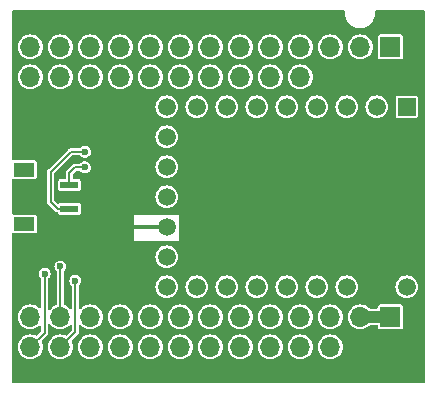
<source format=gbr>
%TF.GenerationSoftware,KiCad,Pcbnew,7.0.10*%
%TF.CreationDate,2025-10-01T21:30:06+02:00*%
%TF.ProjectId,PS2_Debug_Probe,5053325f-4465-4627-9567-5f50726f6265,rev?*%
%TF.SameCoordinates,Original*%
%TF.FileFunction,Copper,L1,Top*%
%TF.FilePolarity,Positive*%
%FSLAX46Y46*%
G04 Gerber Fmt 4.6, Leading zero omitted, Abs format (unit mm)*
G04 Created by KiCad (PCBNEW 7.0.10) date 2025-10-01 21:30:06*
%MOMM*%
%LPD*%
G01*
G04 APERTURE LIST*
%TA.AperFunction,ComponentPad*%
%ADD10R,1.700000X1.700000*%
%TD*%
%TA.AperFunction,ComponentPad*%
%ADD11O,1.700000X1.700000*%
%TD*%
%TA.AperFunction,SMDPad,CuDef*%
%ADD12R,1.550000X0.600000*%
%TD*%
%TA.AperFunction,SMDPad,CuDef*%
%ADD13R,1.800000X1.200000*%
%TD*%
%TA.AperFunction,ComponentPad*%
%ADD14R,1.508000X1.508000*%
%TD*%
%TA.AperFunction,ComponentPad*%
%ADD15C,1.508000*%
%TD*%
%TA.AperFunction,ViaPad*%
%ADD16C,0.600000*%
%TD*%
%TA.AperFunction,Conductor*%
%ADD17C,0.300000*%
%TD*%
%TA.AperFunction,Conductor*%
%ADD18C,1.000000*%
%TD*%
%TA.AperFunction,Conductor*%
%ADD19C,0.200000*%
%TD*%
G04 APERTURE END LIST*
D10*
%TO.P,U2,1,3V3*%
%TO.N,+3V3*%
X156575000Y-81300000D03*
D11*
%TO.P,U2,2,GND*%
%TO.N,GND*%
X156575000Y-83840000D03*
%TO.P,U2,3,3V3*%
%TO.N,+3V3*%
X154035000Y-81300000D03*
%TO.P,U2,4,GND*%
%TO.N,GND*%
X154035000Y-83840000D03*
%TO.P,U2,5,3V3*%
%TO.N,+3V3*%
X151495000Y-81300000D03*
%TO.P,U2,6,GND*%
%TO.N,GND*%
X151495000Y-83840000D03*
%TO.P,U2,7,AD0*%
%TO.N,unconnected-(U2A-AD0-Pad7)*%
X148955000Y-81300000D03*
%TO.P,U2,8,~{RESET}*%
%TO.N,unconnected-(U2A-~{RESET}-Pad8)*%
X148955000Y-83840000D03*
%TO.P,U2,9,AD2*%
%TO.N,unconnected-(U2A-AD2-Pad9)*%
X146415000Y-81300000D03*
%TO.P,U2,10,AD1*%
%TO.N,unconnected-(U2A-AD1-Pad10)*%
X146415000Y-83840000D03*
%TO.P,U2,11,VIO*%
%TO.N,+3V3*%
X143875000Y-81300000D03*
%TO.P,U2,12,AD3*%
%TO.N,/SPI_SS*%
X143875000Y-83840000D03*
%TO.P,U2,13,AD5*%
%TO.N,unconnected-(U2A-AD5-Pad13)*%
X141335000Y-81300000D03*
%TO.P,U2,14,AD4*%
%TO.N,/CRESET_N*%
X141335000Y-83840000D03*
%TO.P,U2,15,AD7*%
%TO.N,unconnected-(U2A-AD7-Pad15)*%
X138795000Y-81300000D03*
%TO.P,U2,16,AD6*%
%TO.N,unconnected-(U2A-AD6-Pad16)*%
X138795000Y-83840000D03*
%TO.P,U2,17,AC1*%
%TO.N,unconnected-(U2A-AC1-Pad17)*%
X136255000Y-81300000D03*
%TO.P,U2,18,AC0*%
%TO.N,unconnected-(U2A-AC0-Pad18)*%
X136255000Y-83840000D03*
%TO.P,U2,19,AC3*%
%TO.N,unconnected-(U2A-AC3-Pad19)*%
X133715000Y-81300000D03*
%TO.P,U2,20,AC2*%
%TO.N,unconnected-(U2A-AC2-Pad20)*%
X133715000Y-83840000D03*
%TO.P,U2,21,VIO*%
%TO.N,+3V3*%
X131175000Y-81300000D03*
%TO.P,U2,22,AC4*%
%TO.N,unconnected-(U2A-AC4-Pad22)*%
X131175000Y-83840000D03*
%TO.P,U2,23,AC6*%
%TO.N,unconnected-(U2A-AC6-Pad23)*%
X128635000Y-81300000D03*
%TO.P,U2,24,AC5*%
%TO.N,unconnected-(U2A-AC5-Pad24)*%
X128635000Y-83840000D03*
%TO.P,U2,25,~{SUSPEND}*%
%TO.N,unconnected-(U2A-~{SUSPEND}-Pad25)*%
X126095000Y-81300000D03*
%TO.P,U2,26,AC7*%
%TO.N,unconnected-(U2A-AC7-Pad26)*%
X126095000Y-83840000D03*
D10*
%TO.P,U2,27,VBUS*%
%TO.N,+5V*%
X156575000Y-104160000D03*
D11*
%TO.P,U2,28,GND*%
%TO.N,GND*%
X156575000Y-106700000D03*
%TO.P,U2,29,5Vin*%
%TO.N,+5V*%
X154035000Y-104160000D03*
%TO.P,U2,30,GND*%
%TO.N,GND*%
X154035000Y-106700000D03*
%TO.P,U2,31,CS*%
%TO.N,unconnected-(U2B-CS-Pad31)*%
X151495000Y-104160000D03*
%TO.P,U2,32,CLK*%
%TO.N,unconnected-(U2B-CLK-Pad32)*%
X151495000Y-106700000D03*
%TO.P,U2,33,DATA*%
%TO.N,unconnected-(U2B-DATA-Pad33)*%
X148955000Y-104160000D03*
%TO.P,U2,34,~{PWREN}*%
%TO.N,unconnected-(U2B-~{PWREN}-Pad34)*%
X148955000Y-106700000D03*
%TO.P,U2,35,BC7*%
%TO.N,unconnected-(U2B-BC7-Pad35)*%
X146415000Y-104160000D03*
%TO.P,U2,36,BC6*%
%TO.N,unconnected-(U2B-BC6-Pad36)*%
X146415000Y-106700000D03*
%TO.P,U2,37,BC5*%
%TO.N,unconnected-(U2B-BC5-Pad37)*%
X143875000Y-104160000D03*
%TO.P,U2,38,VIO*%
%TO.N,+3V3*%
X143875000Y-106700000D03*
%TO.P,U2,39,BC4*%
%TO.N,unconnected-(U2B-BC4-Pad39)*%
X141335000Y-104160000D03*
%TO.P,U2,40,BC3*%
%TO.N,unconnected-(U2B-BC3-Pad40)*%
X141335000Y-106700000D03*
%TO.P,U2,41,BC2*%
%TO.N,unconnected-(U2B-BC2-Pad41)*%
X138795000Y-104160000D03*
%TO.P,U2,42,BC1*%
%TO.N,unconnected-(U2B-BC1-Pad42)*%
X138795000Y-106700000D03*
%TO.P,U2,43,BC0*%
%TO.N,unconnected-(U2B-BC0-Pad43)*%
X136255000Y-104160000D03*
%TO.P,U2,44,BD7*%
%TO.N,unconnected-(U2B-BD7-Pad44)*%
X136255000Y-106700000D03*
%TO.P,U2,45,BD6*%
%TO.N,unconnected-(U2B-BD6-Pad45)*%
X133715000Y-104160000D03*
%TO.P,U2,46,BD5*%
%TO.N,unconnected-(U2B-BD5-Pad46)*%
X133715000Y-106700000D03*
%TO.P,U2,47,BD4*%
%TO.N,unconnected-(U2B-BD4-Pad47)*%
X131175000Y-104160000D03*
%TO.P,U2,48,VIO*%
%TO.N,+3V3*%
X131175000Y-106700000D03*
%TO.P,U2,49,BD3*%
%TO.N,/TMS*%
X128635000Y-104160000D03*
%TO.P,U2,50,BD2*%
%TO.N,/TDO*%
X128635000Y-106700000D03*
%TO.P,U2,51,BD1*%
%TO.N,/TDI*%
X126095000Y-104160000D03*
%TO.P,U2,52,BD0*%
%TO.N,/TCK*%
X126095000Y-106700000D03*
%TD*%
D12*
%TO.P,J101,1,Pin_1*%
%TO.N,/SYS_SWCLK*%
X129400000Y-93000000D03*
%TO.P,J101,2,Pin_2*%
%TO.N,GND*%
X129400000Y-94000000D03*
%TO.P,J101,3,Pin_3*%
%TO.N,/SYS_SWDIO*%
X129400000Y-95000000D03*
D13*
%TO.P,J101,S1*%
%TO.N,N/C*%
X125525000Y-91700000D03*
%TO.P,J101,S2*%
X125525000Y-96300000D03*
%TD*%
D14*
%TO.P,U1,1,GP0*%
%TO.N,unconnected-(U1-GP0-Pad1)*%
X157960000Y-86380000D03*
D15*
%TO.P,U1,2,GP1*%
%TO.N,unconnected-(U1-GP1-Pad2)*%
X155420000Y-86380000D03*
%TO.P,U1,3,GP2*%
%TO.N,unconnected-(U1-GP2-Pad3)*%
X152880000Y-86380000D03*
%TO.P,U1,4,GP3*%
%TO.N,unconnected-(U1-GP3-Pad4)*%
X150340000Y-86380000D03*
%TO.P,U1,5,GP4*%
%TO.N,unconnected-(U1-GP4-Pad5)*%
X147800000Y-86380000D03*
%TO.P,U1,6,GP5*%
%TO.N,unconnected-(U1-GP5-Pad6)*%
X145260000Y-86380000D03*
%TO.P,U1,7,GP6*%
%TO.N,unconnected-(U1-GP6-Pad7)*%
X142720000Y-86380000D03*
%TO.P,U1,8,GP7*%
%TO.N,unconnected-(U1-GP7-Pad8)*%
X140180000Y-86380000D03*
%TO.P,U1,9,GP8*%
%TO.N,/SYS_UART_RX*%
X137640000Y-86380000D03*
%TO.P,U1,10,GP9*%
%TO.N,/SYS_UART_TX*%
X137640000Y-88920000D03*
%TO.P,U1,11,GP10*%
%TO.N,/SYS_SWCLK*%
X137640000Y-91460000D03*
%TO.P,U1,12,GP11*%
%TO.N,/SYS_SWDIO*%
X137640000Y-94000000D03*
%TO.P,U1,13,GP12*%
%TO.N,GND*%
X137640000Y-96540000D03*
%TO.P,U1,14,GP13*%
%TO.N,unconnected-(U1-GP13-Pad14)*%
X137640000Y-99080000D03*
%TO.P,U1,15,GP14*%
%TO.N,unconnected-(U1-GP14-Pad15)*%
X137640000Y-101620000D03*
%TO.P,U1,16,GP15*%
%TO.N,unconnected-(U1-GP15-Pad16)*%
X140180000Y-101620000D03*
%TO.P,U1,17,GP26*%
%TO.N,unconnected-(U1-GP26-Pad17)*%
X142720000Y-101620000D03*
%TO.P,U1,18,GP27*%
%TO.N,unconnected-(U1-GP27-Pad18)*%
X145260000Y-101620000D03*
%TO.P,U1,19,GP28*%
%TO.N,unconnected-(U1-GP28-Pad19)*%
X147800000Y-101620000D03*
%TO.P,U1,20,GP29*%
%TO.N,unconnected-(U1-GP29-Pad20)*%
X150340000Y-101620000D03*
%TO.P,U1,21,3V3*%
%TO.N,unconnected-(U1-3V3-Pad21)*%
X152880000Y-101620000D03*
%TO.P,U1,22,GND*%
%TO.N,GND*%
X155420000Y-101620000D03*
%TO.P,U1,23,5V*%
%TO.N,unconnected-(U1-5V-Pad23)*%
X157960000Y-101620000D03*
%TD*%
D16*
%TO.N,/TMS*%
X128635000Y-99900000D03*
%TO.N,GND*%
X128700000Y-89000000D03*
X145000000Y-98000000D03*
X141000000Y-90000000D03*
X141000000Y-98000000D03*
X149000000Y-90000000D03*
X153000000Y-94000000D03*
X145000000Y-90000000D03*
X130700000Y-98000000D03*
X135000000Y-102000000D03*
X145000000Y-94000000D03*
X126000000Y-98900000D03*
X130800000Y-102500000D03*
X134100000Y-89000000D03*
X141000000Y-94000000D03*
X153000000Y-98000000D03*
X157000000Y-98000000D03*
X126000000Y-101800000D03*
X157000000Y-90000000D03*
X131500000Y-89000000D03*
X153000000Y-90000000D03*
X130700000Y-94100000D03*
X157000000Y-94000000D03*
X149000000Y-94000000D03*
X134500000Y-93000000D03*
X136100000Y-90600000D03*
X149000000Y-98000000D03*
X126000000Y-86000000D03*
%TO.N,/TCK*%
X127300000Y-100500000D03*
%TO.N,/TDO*%
X129900000Y-101100000D03*
%TO.N,/SYS_SWCLK*%
X130700000Y-91500000D03*
%TO.N,/SYS_SWDIO*%
X130700000Y-90200000D03*
%TD*%
D17*
%TO.N,GND*%
X137640000Y-96577500D02*
X134600000Y-96577500D01*
D18*
%TO.N,+5V*%
X154035000Y-104160000D02*
X156575000Y-104160000D01*
D19*
%TO.N,/TMS*%
X128635000Y-99900000D02*
X128635000Y-104160000D01*
%TO.N,/TCK*%
X127300000Y-100500000D02*
X127300000Y-105495000D01*
X127300000Y-105495000D02*
X126095000Y-106700000D01*
%TO.N,/TDO*%
X129900000Y-101100000D02*
X129900000Y-105435000D01*
X129900000Y-105435000D02*
X128635000Y-106700000D01*
%TO.N,/SPI_SS*%
X143800000Y-83915000D02*
X143875000Y-83840000D01*
%TO.N,/SYS_SWCLK*%
X129900000Y-91500000D02*
X130700000Y-91500000D01*
X129400000Y-93000000D02*
X129400000Y-92000000D01*
X129400000Y-92000000D02*
X129900000Y-91500000D01*
%TO.N,/SYS_SWDIO*%
X129500000Y-90200000D02*
X130700000Y-90200000D01*
X128400000Y-95000000D02*
X127800000Y-94400000D01*
X127800000Y-94400000D02*
X127800000Y-91900000D01*
X129400000Y-95000000D02*
X128400000Y-95000000D01*
X127800000Y-91900000D02*
X129500000Y-90200000D01*
%TD*%
%TA.AperFunction,Conductor*%
%TO.N,GND*%
G36*
X152658691Y-78219407D02*
G01*
X152694655Y-78268907D01*
X152699500Y-78299500D01*
X152699500Y-78502355D01*
X152731521Y-78704529D01*
X152794780Y-78899219D01*
X152887712Y-79081609D01*
X152887714Y-79081613D01*
X153008029Y-79247213D01*
X153008031Y-79247215D01*
X153008034Y-79247219D01*
X153152781Y-79391966D01*
X153152784Y-79391968D01*
X153152786Y-79391970D01*
X153318386Y-79512285D01*
X153318390Y-79512287D01*
X153500781Y-79605220D01*
X153695466Y-79668477D01*
X153695467Y-79668477D01*
X153695470Y-79668478D01*
X153897645Y-79700500D01*
X153897648Y-79700500D01*
X154102355Y-79700500D01*
X154304529Y-79668478D01*
X154304530Y-79668477D01*
X154304534Y-79668477D01*
X154499219Y-79605220D01*
X154681610Y-79512287D01*
X154847219Y-79391966D01*
X154991966Y-79247219D01*
X155112287Y-79081610D01*
X155205220Y-78899219D01*
X155268477Y-78704534D01*
X155300500Y-78502352D01*
X155300500Y-78400000D01*
X155300500Y-78352405D01*
X155300500Y-78299500D01*
X155319407Y-78241309D01*
X155368907Y-78205345D01*
X155399500Y-78200500D01*
X159277405Y-78200500D01*
X159317210Y-78200500D01*
X159332696Y-78201719D01*
X159347753Y-78204103D01*
X159371162Y-78207811D01*
X159400614Y-78217379D01*
X159428294Y-78231483D01*
X159453347Y-78249685D01*
X159475314Y-78271652D01*
X159493517Y-78296707D01*
X159507618Y-78324381D01*
X159517188Y-78353835D01*
X159523281Y-78392302D01*
X159524500Y-78407790D01*
X159524500Y-109592209D01*
X159523281Y-109607697D01*
X159517188Y-109646164D01*
X159507617Y-109675621D01*
X159493520Y-109703288D01*
X159475314Y-109728347D01*
X159453347Y-109750314D01*
X159428289Y-109768518D01*
X159400621Y-109782617D01*
X159371164Y-109792188D01*
X159343848Y-109796514D01*
X159332695Y-109798281D01*
X159317210Y-109799500D01*
X124707790Y-109799500D01*
X124692304Y-109798281D01*
X124678090Y-109796029D01*
X124653835Y-109792188D01*
X124624381Y-109782618D01*
X124596707Y-109768517D01*
X124571652Y-109750314D01*
X124549685Y-109728347D01*
X124531483Y-109703294D01*
X124517379Y-109675614D01*
X124507811Y-109646162D01*
X124501719Y-109607695D01*
X124500500Y-109592209D01*
X124500500Y-106700003D01*
X125039417Y-106700003D01*
X125059698Y-106905929D01*
X125059699Y-106905934D01*
X125119768Y-107103954D01*
X125217316Y-107286452D01*
X125348585Y-107446404D01*
X125348590Y-107446410D01*
X125348595Y-107446414D01*
X125508547Y-107577683D01*
X125508548Y-107577683D01*
X125508550Y-107577685D01*
X125691046Y-107675232D01*
X125828997Y-107717078D01*
X125889065Y-107735300D01*
X125889070Y-107735301D01*
X126094997Y-107755583D01*
X126095000Y-107755583D01*
X126095003Y-107755583D01*
X126300929Y-107735301D01*
X126300934Y-107735300D01*
X126498954Y-107675232D01*
X126681450Y-107577685D01*
X126841410Y-107446410D01*
X126972685Y-107286450D01*
X127070232Y-107103954D01*
X127130300Y-106905934D01*
X127130301Y-106905929D01*
X127150583Y-106700003D01*
X127150583Y-106699996D01*
X127130301Y-106494070D01*
X127130300Y-106494065D01*
X127112078Y-106433997D01*
X127070232Y-106296046D01*
X127070229Y-106296040D01*
X127053881Y-106265454D01*
X127043125Y-106205221D01*
X127069827Y-106150170D01*
X127071138Y-106148831D01*
X127466405Y-105753564D01*
X127477664Y-105745493D01*
X127476905Y-105744487D01*
X127484221Y-105738961D01*
X127484228Y-105738958D01*
X127515877Y-105704239D01*
X127518995Y-105700974D01*
X127532174Y-105687797D01*
X127532238Y-105687702D01*
X127540753Y-105676953D01*
X127559916Y-105655933D01*
X127563465Y-105646770D01*
X127574106Y-105626582D01*
X127579656Y-105618481D01*
X127586169Y-105590785D01*
X127590220Y-105577706D01*
X127600500Y-105551173D01*
X127600500Y-105541348D01*
X127603129Y-105518683D01*
X127605379Y-105509119D01*
X127601449Y-105480944D01*
X127600500Y-105467268D01*
X127600500Y-104832057D01*
X127619407Y-104773866D01*
X127668907Y-104737902D01*
X127730093Y-104737902D01*
X127776028Y-104769252D01*
X127888590Y-104906410D01*
X127888595Y-104906414D01*
X128048547Y-105037683D01*
X128048548Y-105037683D01*
X128048550Y-105037685D01*
X128231046Y-105135232D01*
X128368997Y-105177078D01*
X128429065Y-105195300D01*
X128429070Y-105195301D01*
X128634997Y-105215583D01*
X128635000Y-105215583D01*
X128635003Y-105215583D01*
X128840929Y-105195301D01*
X128840934Y-105195300D01*
X129038954Y-105135232D01*
X129221450Y-105037685D01*
X129381410Y-104906410D01*
X129423972Y-104854546D01*
X129475503Y-104821560D01*
X129536582Y-104825161D01*
X129583879Y-104863977D01*
X129599500Y-104917352D01*
X129599500Y-105269521D01*
X129580593Y-105327712D01*
X129570503Y-105339525D01*
X129186215Y-105723812D01*
X129131699Y-105751589D01*
X129071267Y-105742018D01*
X129069544Y-105741118D01*
X129038959Y-105724770D01*
X129038954Y-105724768D01*
X128840934Y-105664699D01*
X128840929Y-105664698D01*
X128635003Y-105644417D01*
X128634997Y-105644417D01*
X128429070Y-105664698D01*
X128429065Y-105664699D01*
X128231045Y-105724768D01*
X128048547Y-105822316D01*
X127888595Y-105953585D01*
X127888585Y-105953595D01*
X127757316Y-106113547D01*
X127659768Y-106296045D01*
X127599699Y-106494065D01*
X127599698Y-106494070D01*
X127579417Y-106699996D01*
X127579417Y-106700003D01*
X127599698Y-106905929D01*
X127599699Y-106905934D01*
X127659768Y-107103954D01*
X127757316Y-107286452D01*
X127888585Y-107446404D01*
X127888590Y-107446410D01*
X127888595Y-107446414D01*
X128048547Y-107577683D01*
X128048548Y-107577683D01*
X128048550Y-107577685D01*
X128231046Y-107675232D01*
X128368997Y-107717078D01*
X128429065Y-107735300D01*
X128429070Y-107735301D01*
X128634997Y-107755583D01*
X128635000Y-107755583D01*
X128635003Y-107755583D01*
X128840929Y-107735301D01*
X128840934Y-107735300D01*
X129038954Y-107675232D01*
X129221450Y-107577685D01*
X129381410Y-107446410D01*
X129512685Y-107286450D01*
X129610232Y-107103954D01*
X129670300Y-106905934D01*
X129670301Y-106905929D01*
X129690583Y-106700003D01*
X130119417Y-106700003D01*
X130139698Y-106905929D01*
X130139699Y-106905934D01*
X130199768Y-107103954D01*
X130297316Y-107286452D01*
X130428585Y-107446404D01*
X130428590Y-107446410D01*
X130428595Y-107446414D01*
X130588547Y-107577683D01*
X130588548Y-107577683D01*
X130588550Y-107577685D01*
X130771046Y-107675232D01*
X130908997Y-107717078D01*
X130969065Y-107735300D01*
X130969070Y-107735301D01*
X131174997Y-107755583D01*
X131175000Y-107755583D01*
X131175003Y-107755583D01*
X131380929Y-107735301D01*
X131380934Y-107735300D01*
X131578954Y-107675232D01*
X131761450Y-107577685D01*
X131921410Y-107446410D01*
X132052685Y-107286450D01*
X132150232Y-107103954D01*
X132210300Y-106905934D01*
X132210301Y-106905929D01*
X132230583Y-106700003D01*
X132659417Y-106700003D01*
X132679698Y-106905929D01*
X132679699Y-106905934D01*
X132739768Y-107103954D01*
X132837316Y-107286452D01*
X132968585Y-107446404D01*
X132968590Y-107446410D01*
X132968595Y-107446414D01*
X133128547Y-107577683D01*
X133128548Y-107577683D01*
X133128550Y-107577685D01*
X133311046Y-107675232D01*
X133448997Y-107717078D01*
X133509065Y-107735300D01*
X133509070Y-107735301D01*
X133714997Y-107755583D01*
X133715000Y-107755583D01*
X133715003Y-107755583D01*
X133920929Y-107735301D01*
X133920934Y-107735300D01*
X134118954Y-107675232D01*
X134301450Y-107577685D01*
X134461410Y-107446410D01*
X134592685Y-107286450D01*
X134690232Y-107103954D01*
X134750300Y-106905934D01*
X134750301Y-106905929D01*
X134770583Y-106700003D01*
X135199417Y-106700003D01*
X135219698Y-106905929D01*
X135219699Y-106905934D01*
X135279768Y-107103954D01*
X135377316Y-107286452D01*
X135508585Y-107446404D01*
X135508590Y-107446410D01*
X135508595Y-107446414D01*
X135668547Y-107577683D01*
X135668548Y-107577683D01*
X135668550Y-107577685D01*
X135851046Y-107675232D01*
X135988997Y-107717078D01*
X136049065Y-107735300D01*
X136049070Y-107735301D01*
X136254997Y-107755583D01*
X136255000Y-107755583D01*
X136255003Y-107755583D01*
X136460929Y-107735301D01*
X136460934Y-107735300D01*
X136658954Y-107675232D01*
X136841450Y-107577685D01*
X137001410Y-107446410D01*
X137132685Y-107286450D01*
X137230232Y-107103954D01*
X137290300Y-106905934D01*
X137290301Y-106905929D01*
X137310583Y-106700003D01*
X137739417Y-106700003D01*
X137759698Y-106905929D01*
X137759699Y-106905934D01*
X137819768Y-107103954D01*
X137917316Y-107286452D01*
X138048585Y-107446404D01*
X138048590Y-107446410D01*
X138048595Y-107446414D01*
X138208547Y-107577683D01*
X138208548Y-107577683D01*
X138208550Y-107577685D01*
X138391046Y-107675232D01*
X138528997Y-107717078D01*
X138589065Y-107735300D01*
X138589070Y-107735301D01*
X138794997Y-107755583D01*
X138795000Y-107755583D01*
X138795003Y-107755583D01*
X139000929Y-107735301D01*
X139000934Y-107735300D01*
X139198954Y-107675232D01*
X139381450Y-107577685D01*
X139541410Y-107446410D01*
X139672685Y-107286450D01*
X139770232Y-107103954D01*
X139830300Y-106905934D01*
X139830301Y-106905929D01*
X139850583Y-106700003D01*
X140279417Y-106700003D01*
X140299698Y-106905929D01*
X140299699Y-106905934D01*
X140359768Y-107103954D01*
X140457316Y-107286452D01*
X140588585Y-107446404D01*
X140588590Y-107446410D01*
X140588595Y-107446414D01*
X140748547Y-107577683D01*
X140748548Y-107577683D01*
X140748550Y-107577685D01*
X140931046Y-107675232D01*
X141068997Y-107717078D01*
X141129065Y-107735300D01*
X141129070Y-107735301D01*
X141334997Y-107755583D01*
X141335000Y-107755583D01*
X141335003Y-107755583D01*
X141540929Y-107735301D01*
X141540934Y-107735300D01*
X141738954Y-107675232D01*
X141921450Y-107577685D01*
X142081410Y-107446410D01*
X142212685Y-107286450D01*
X142310232Y-107103954D01*
X142370300Y-106905934D01*
X142370301Y-106905929D01*
X142390583Y-106700003D01*
X142819417Y-106700003D01*
X142839698Y-106905929D01*
X142839699Y-106905934D01*
X142899768Y-107103954D01*
X142997316Y-107286452D01*
X143128585Y-107446404D01*
X143128590Y-107446410D01*
X143128595Y-107446414D01*
X143288547Y-107577683D01*
X143288548Y-107577683D01*
X143288550Y-107577685D01*
X143471046Y-107675232D01*
X143608997Y-107717078D01*
X143669065Y-107735300D01*
X143669070Y-107735301D01*
X143874997Y-107755583D01*
X143875000Y-107755583D01*
X143875003Y-107755583D01*
X144080929Y-107735301D01*
X144080934Y-107735300D01*
X144278954Y-107675232D01*
X144461450Y-107577685D01*
X144621410Y-107446410D01*
X144752685Y-107286450D01*
X144850232Y-107103954D01*
X144910300Y-106905934D01*
X144910301Y-106905929D01*
X144930583Y-106700003D01*
X145359417Y-106700003D01*
X145379698Y-106905929D01*
X145379699Y-106905934D01*
X145439768Y-107103954D01*
X145537316Y-107286452D01*
X145668585Y-107446404D01*
X145668590Y-107446410D01*
X145668595Y-107446414D01*
X145828547Y-107577683D01*
X145828548Y-107577683D01*
X145828550Y-107577685D01*
X146011046Y-107675232D01*
X146148997Y-107717078D01*
X146209065Y-107735300D01*
X146209070Y-107735301D01*
X146414997Y-107755583D01*
X146415000Y-107755583D01*
X146415003Y-107755583D01*
X146620929Y-107735301D01*
X146620934Y-107735300D01*
X146818954Y-107675232D01*
X147001450Y-107577685D01*
X147161410Y-107446410D01*
X147292685Y-107286450D01*
X147390232Y-107103954D01*
X147450300Y-106905934D01*
X147450301Y-106905929D01*
X147470583Y-106700003D01*
X147899417Y-106700003D01*
X147919698Y-106905929D01*
X147919699Y-106905934D01*
X147979768Y-107103954D01*
X148077316Y-107286452D01*
X148208585Y-107446404D01*
X148208590Y-107446410D01*
X148208595Y-107446414D01*
X148368547Y-107577683D01*
X148368548Y-107577683D01*
X148368550Y-107577685D01*
X148551046Y-107675232D01*
X148688997Y-107717078D01*
X148749065Y-107735300D01*
X148749070Y-107735301D01*
X148954997Y-107755583D01*
X148955000Y-107755583D01*
X148955003Y-107755583D01*
X149160929Y-107735301D01*
X149160934Y-107735300D01*
X149358954Y-107675232D01*
X149541450Y-107577685D01*
X149701410Y-107446410D01*
X149832685Y-107286450D01*
X149930232Y-107103954D01*
X149990300Y-106905934D01*
X149990301Y-106905929D01*
X150010583Y-106700003D01*
X150439417Y-106700003D01*
X150459698Y-106905929D01*
X150459699Y-106905934D01*
X150519768Y-107103954D01*
X150617316Y-107286452D01*
X150748585Y-107446404D01*
X150748590Y-107446410D01*
X150748595Y-107446414D01*
X150908547Y-107577683D01*
X150908548Y-107577683D01*
X150908550Y-107577685D01*
X151091046Y-107675232D01*
X151228997Y-107717078D01*
X151289065Y-107735300D01*
X151289070Y-107735301D01*
X151494997Y-107755583D01*
X151495000Y-107755583D01*
X151495003Y-107755583D01*
X151700929Y-107735301D01*
X151700934Y-107735300D01*
X151898954Y-107675232D01*
X152081450Y-107577685D01*
X152241410Y-107446410D01*
X152372685Y-107286450D01*
X152470232Y-107103954D01*
X152530300Y-106905934D01*
X152530301Y-106905929D01*
X152550583Y-106700003D01*
X152550583Y-106699996D01*
X152530301Y-106494070D01*
X152530300Y-106494065D01*
X152512078Y-106433997D01*
X152470232Y-106296046D01*
X152372685Y-106113550D01*
X152241410Y-105953590D01*
X152241404Y-105953585D01*
X152081452Y-105822316D01*
X151898954Y-105724768D01*
X151700934Y-105664699D01*
X151700929Y-105664698D01*
X151495003Y-105644417D01*
X151494997Y-105644417D01*
X151289070Y-105664698D01*
X151289065Y-105664699D01*
X151091045Y-105724768D01*
X150908547Y-105822316D01*
X150748595Y-105953585D01*
X150748585Y-105953595D01*
X150617316Y-106113547D01*
X150519768Y-106296045D01*
X150459699Y-106494065D01*
X150459698Y-106494070D01*
X150439417Y-106699996D01*
X150439417Y-106700003D01*
X150010583Y-106700003D01*
X150010583Y-106699996D01*
X149990301Y-106494070D01*
X149990300Y-106494065D01*
X149972078Y-106433997D01*
X149930232Y-106296046D01*
X149832685Y-106113550D01*
X149701410Y-105953590D01*
X149701404Y-105953585D01*
X149541452Y-105822316D01*
X149358954Y-105724768D01*
X149160934Y-105664699D01*
X149160929Y-105664698D01*
X148955003Y-105644417D01*
X148954997Y-105644417D01*
X148749070Y-105664698D01*
X148749065Y-105664699D01*
X148551045Y-105724768D01*
X148368547Y-105822316D01*
X148208595Y-105953585D01*
X148208585Y-105953595D01*
X148077316Y-106113547D01*
X147979768Y-106296045D01*
X147919699Y-106494065D01*
X147919698Y-106494070D01*
X147899417Y-106699996D01*
X147899417Y-106700003D01*
X147470583Y-106700003D01*
X147470583Y-106699996D01*
X147450301Y-106494070D01*
X147450300Y-106494065D01*
X147432078Y-106433997D01*
X147390232Y-106296046D01*
X147292685Y-106113550D01*
X147161410Y-105953590D01*
X147161404Y-105953585D01*
X147001452Y-105822316D01*
X146818954Y-105724768D01*
X146620934Y-105664699D01*
X146620929Y-105664698D01*
X146415003Y-105644417D01*
X146414997Y-105644417D01*
X146209070Y-105664698D01*
X146209065Y-105664699D01*
X146011045Y-105724768D01*
X145828547Y-105822316D01*
X145668595Y-105953585D01*
X145668585Y-105953595D01*
X145537316Y-106113547D01*
X145439768Y-106296045D01*
X145379699Y-106494065D01*
X145379698Y-106494070D01*
X145359417Y-106699996D01*
X145359417Y-106700003D01*
X144930583Y-106700003D01*
X144930583Y-106699996D01*
X144910301Y-106494070D01*
X144910300Y-106494065D01*
X144892078Y-106433997D01*
X144850232Y-106296046D01*
X144752685Y-106113550D01*
X144621410Y-105953590D01*
X144621404Y-105953585D01*
X144461452Y-105822316D01*
X144278954Y-105724768D01*
X144080934Y-105664699D01*
X144080929Y-105664698D01*
X143875003Y-105644417D01*
X143874997Y-105644417D01*
X143669070Y-105664698D01*
X143669065Y-105664699D01*
X143471045Y-105724768D01*
X143288547Y-105822316D01*
X143128595Y-105953585D01*
X143128585Y-105953595D01*
X142997316Y-106113547D01*
X142899768Y-106296045D01*
X142839699Y-106494065D01*
X142839698Y-106494070D01*
X142819417Y-106699996D01*
X142819417Y-106700003D01*
X142390583Y-106700003D01*
X142390583Y-106699996D01*
X142370301Y-106494070D01*
X142370300Y-106494065D01*
X142352078Y-106433997D01*
X142310232Y-106296046D01*
X142212685Y-106113550D01*
X142081410Y-105953590D01*
X142081404Y-105953585D01*
X141921452Y-105822316D01*
X141738954Y-105724768D01*
X141540934Y-105664699D01*
X141540929Y-105664698D01*
X141335003Y-105644417D01*
X141334997Y-105644417D01*
X141129070Y-105664698D01*
X141129065Y-105664699D01*
X140931045Y-105724768D01*
X140748547Y-105822316D01*
X140588595Y-105953585D01*
X140588585Y-105953595D01*
X140457316Y-106113547D01*
X140359768Y-106296045D01*
X140299699Y-106494065D01*
X140299698Y-106494070D01*
X140279417Y-106699996D01*
X140279417Y-106700003D01*
X139850583Y-106700003D01*
X139850583Y-106699996D01*
X139830301Y-106494070D01*
X139830300Y-106494065D01*
X139812078Y-106433997D01*
X139770232Y-106296046D01*
X139672685Y-106113550D01*
X139541410Y-105953590D01*
X139541404Y-105953585D01*
X139381452Y-105822316D01*
X139198954Y-105724768D01*
X139000934Y-105664699D01*
X139000929Y-105664698D01*
X138795003Y-105644417D01*
X138794997Y-105644417D01*
X138589070Y-105664698D01*
X138589065Y-105664699D01*
X138391045Y-105724768D01*
X138208547Y-105822316D01*
X138048595Y-105953585D01*
X138048585Y-105953595D01*
X137917316Y-106113547D01*
X137819768Y-106296045D01*
X137759699Y-106494065D01*
X137759698Y-106494070D01*
X137739417Y-106699996D01*
X137739417Y-106700003D01*
X137310583Y-106700003D01*
X137310583Y-106699996D01*
X137290301Y-106494070D01*
X137290300Y-106494065D01*
X137272078Y-106433997D01*
X137230232Y-106296046D01*
X137132685Y-106113550D01*
X137001410Y-105953590D01*
X137001404Y-105953585D01*
X136841452Y-105822316D01*
X136658954Y-105724768D01*
X136460934Y-105664699D01*
X136460929Y-105664698D01*
X136255003Y-105644417D01*
X136254997Y-105644417D01*
X136049070Y-105664698D01*
X136049065Y-105664699D01*
X135851045Y-105724768D01*
X135668547Y-105822316D01*
X135508595Y-105953585D01*
X135508585Y-105953595D01*
X135377316Y-106113547D01*
X135279768Y-106296045D01*
X135219699Y-106494065D01*
X135219698Y-106494070D01*
X135199417Y-106699996D01*
X135199417Y-106700003D01*
X134770583Y-106700003D01*
X134770583Y-106699996D01*
X134750301Y-106494070D01*
X134750300Y-106494065D01*
X134732078Y-106433997D01*
X134690232Y-106296046D01*
X134592685Y-106113550D01*
X134461410Y-105953590D01*
X134461404Y-105953585D01*
X134301452Y-105822316D01*
X134118954Y-105724768D01*
X133920934Y-105664699D01*
X133920929Y-105664698D01*
X133715003Y-105644417D01*
X133714997Y-105644417D01*
X133509070Y-105664698D01*
X133509065Y-105664699D01*
X133311045Y-105724768D01*
X133128547Y-105822316D01*
X132968595Y-105953585D01*
X132968585Y-105953595D01*
X132837316Y-106113547D01*
X132739768Y-106296045D01*
X132679699Y-106494065D01*
X132679698Y-106494070D01*
X132659417Y-106699996D01*
X132659417Y-106700003D01*
X132230583Y-106700003D01*
X132230583Y-106699996D01*
X132210301Y-106494070D01*
X132210300Y-106494065D01*
X132192078Y-106433997D01*
X132150232Y-106296046D01*
X132052685Y-106113550D01*
X131921410Y-105953590D01*
X131921404Y-105953585D01*
X131761452Y-105822316D01*
X131578954Y-105724768D01*
X131380934Y-105664699D01*
X131380929Y-105664698D01*
X131175003Y-105644417D01*
X131174997Y-105644417D01*
X130969070Y-105664698D01*
X130969065Y-105664699D01*
X130771045Y-105724768D01*
X130588547Y-105822316D01*
X130428595Y-105953585D01*
X130428585Y-105953595D01*
X130297316Y-106113547D01*
X130199768Y-106296045D01*
X130139699Y-106494065D01*
X130139698Y-106494070D01*
X130119417Y-106699996D01*
X130119417Y-106700003D01*
X129690583Y-106700003D01*
X129690583Y-106699996D01*
X129670301Y-106494070D01*
X129670300Y-106494065D01*
X129652078Y-106433997D01*
X129610232Y-106296046D01*
X129610229Y-106296040D01*
X129593881Y-106265454D01*
X129583125Y-106205221D01*
X129609827Y-106150170D01*
X129611138Y-106148831D01*
X130066405Y-105693564D01*
X130077664Y-105685493D01*
X130076905Y-105684487D01*
X130084221Y-105678961D01*
X130084228Y-105678958D01*
X130115877Y-105644239D01*
X130118995Y-105640974D01*
X130132174Y-105627797D01*
X130132238Y-105627702D01*
X130140753Y-105616953D01*
X130159916Y-105595933D01*
X130163465Y-105586770D01*
X130174106Y-105566582D01*
X130179656Y-105558481D01*
X130186169Y-105530785D01*
X130190220Y-105517706D01*
X130200500Y-105491173D01*
X130200500Y-105481348D01*
X130203129Y-105458683D01*
X130205379Y-105449119D01*
X130201449Y-105420944D01*
X130200500Y-105407268D01*
X130200500Y-104905167D01*
X130219407Y-104846976D01*
X130268907Y-104811012D01*
X130330093Y-104811012D01*
X130376028Y-104842363D01*
X130428581Y-104906400D01*
X130428585Y-104906404D01*
X130428590Y-104906410D01*
X130428595Y-104906414D01*
X130588547Y-105037683D01*
X130588548Y-105037683D01*
X130588550Y-105037685D01*
X130771046Y-105135232D01*
X130908997Y-105177078D01*
X130969065Y-105195300D01*
X130969070Y-105195301D01*
X131174997Y-105215583D01*
X131175000Y-105215583D01*
X131175003Y-105215583D01*
X131380929Y-105195301D01*
X131380934Y-105195300D01*
X131578954Y-105135232D01*
X131761450Y-105037685D01*
X131921410Y-104906410D01*
X132052685Y-104746450D01*
X132150232Y-104563954D01*
X132210300Y-104365934D01*
X132210301Y-104365929D01*
X132230583Y-104160003D01*
X132659417Y-104160003D01*
X132679698Y-104365929D01*
X132679699Y-104365934D01*
X132739768Y-104563954D01*
X132837316Y-104746452D01*
X132901911Y-104825161D01*
X132968590Y-104906410D01*
X132968595Y-104906414D01*
X133128547Y-105037683D01*
X133128548Y-105037683D01*
X133128550Y-105037685D01*
X133311046Y-105135232D01*
X133448997Y-105177078D01*
X133509065Y-105195300D01*
X133509070Y-105195301D01*
X133714997Y-105215583D01*
X133715000Y-105215583D01*
X133715003Y-105215583D01*
X133920929Y-105195301D01*
X133920934Y-105195300D01*
X134118954Y-105135232D01*
X134301450Y-105037685D01*
X134461410Y-104906410D01*
X134592685Y-104746450D01*
X134690232Y-104563954D01*
X134750300Y-104365934D01*
X134750301Y-104365929D01*
X134770583Y-104160003D01*
X135199417Y-104160003D01*
X135219698Y-104365929D01*
X135219699Y-104365934D01*
X135279768Y-104563954D01*
X135377316Y-104746452D01*
X135441911Y-104825161D01*
X135508590Y-104906410D01*
X135508595Y-104906414D01*
X135668547Y-105037683D01*
X135668548Y-105037683D01*
X135668550Y-105037685D01*
X135851046Y-105135232D01*
X135988997Y-105177078D01*
X136049065Y-105195300D01*
X136049070Y-105195301D01*
X136254997Y-105215583D01*
X136255000Y-105215583D01*
X136255003Y-105215583D01*
X136460929Y-105195301D01*
X136460934Y-105195300D01*
X136658954Y-105135232D01*
X136841450Y-105037685D01*
X137001410Y-104906410D01*
X137132685Y-104746450D01*
X137230232Y-104563954D01*
X137290300Y-104365934D01*
X137290301Y-104365929D01*
X137310583Y-104160003D01*
X137739417Y-104160003D01*
X137759698Y-104365929D01*
X137759699Y-104365934D01*
X137819768Y-104563954D01*
X137917316Y-104746452D01*
X137981911Y-104825161D01*
X138048590Y-104906410D01*
X138048595Y-104906414D01*
X138208547Y-105037683D01*
X138208548Y-105037683D01*
X138208550Y-105037685D01*
X138391046Y-105135232D01*
X138528997Y-105177078D01*
X138589065Y-105195300D01*
X138589070Y-105195301D01*
X138794997Y-105215583D01*
X138795000Y-105215583D01*
X138795003Y-105215583D01*
X139000929Y-105195301D01*
X139000934Y-105195300D01*
X139198954Y-105135232D01*
X139381450Y-105037685D01*
X139541410Y-104906410D01*
X139672685Y-104746450D01*
X139770232Y-104563954D01*
X139830300Y-104365934D01*
X139830301Y-104365929D01*
X139850583Y-104160003D01*
X140279417Y-104160003D01*
X140299698Y-104365929D01*
X140299699Y-104365934D01*
X140359768Y-104563954D01*
X140457316Y-104746452D01*
X140521911Y-104825161D01*
X140588590Y-104906410D01*
X140588595Y-104906414D01*
X140748547Y-105037683D01*
X140748548Y-105037683D01*
X140748550Y-105037685D01*
X140931046Y-105135232D01*
X141068997Y-105177078D01*
X141129065Y-105195300D01*
X141129070Y-105195301D01*
X141334997Y-105215583D01*
X141335000Y-105215583D01*
X141335003Y-105215583D01*
X141540929Y-105195301D01*
X141540934Y-105195300D01*
X141738954Y-105135232D01*
X141921450Y-105037685D01*
X142081410Y-104906410D01*
X142212685Y-104746450D01*
X142310232Y-104563954D01*
X142370300Y-104365934D01*
X142370301Y-104365929D01*
X142390583Y-104160003D01*
X142819417Y-104160003D01*
X142839698Y-104365929D01*
X142839699Y-104365934D01*
X142899768Y-104563954D01*
X142997316Y-104746452D01*
X143061911Y-104825161D01*
X143128590Y-104906410D01*
X143128595Y-104906414D01*
X143288547Y-105037683D01*
X143288548Y-105037683D01*
X143288550Y-105037685D01*
X143471046Y-105135232D01*
X143608997Y-105177078D01*
X143669065Y-105195300D01*
X143669070Y-105195301D01*
X143874997Y-105215583D01*
X143875000Y-105215583D01*
X143875003Y-105215583D01*
X144080929Y-105195301D01*
X144080934Y-105195300D01*
X144278954Y-105135232D01*
X144461450Y-105037685D01*
X144621410Y-104906410D01*
X144752685Y-104746450D01*
X144850232Y-104563954D01*
X144910300Y-104365934D01*
X144910301Y-104365929D01*
X144930583Y-104160003D01*
X145359417Y-104160003D01*
X145379698Y-104365929D01*
X145379699Y-104365934D01*
X145439768Y-104563954D01*
X145537316Y-104746452D01*
X145601911Y-104825161D01*
X145668590Y-104906410D01*
X145668595Y-104906414D01*
X145828547Y-105037683D01*
X145828548Y-105037683D01*
X145828550Y-105037685D01*
X146011046Y-105135232D01*
X146148997Y-105177078D01*
X146209065Y-105195300D01*
X146209070Y-105195301D01*
X146414997Y-105215583D01*
X146415000Y-105215583D01*
X146415003Y-105215583D01*
X146620929Y-105195301D01*
X146620934Y-105195300D01*
X146818954Y-105135232D01*
X147001450Y-105037685D01*
X147161410Y-104906410D01*
X147292685Y-104746450D01*
X147390232Y-104563954D01*
X147450300Y-104365934D01*
X147450301Y-104365929D01*
X147470583Y-104160003D01*
X147899417Y-104160003D01*
X147919698Y-104365929D01*
X147919699Y-104365934D01*
X147979768Y-104563954D01*
X148077316Y-104746452D01*
X148141911Y-104825161D01*
X148208590Y-104906410D01*
X148208595Y-104906414D01*
X148368547Y-105037683D01*
X148368548Y-105037683D01*
X148368550Y-105037685D01*
X148551046Y-105135232D01*
X148688997Y-105177078D01*
X148749065Y-105195300D01*
X148749070Y-105195301D01*
X148954997Y-105215583D01*
X148955000Y-105215583D01*
X148955003Y-105215583D01*
X149160929Y-105195301D01*
X149160934Y-105195300D01*
X149358954Y-105135232D01*
X149541450Y-105037685D01*
X149701410Y-104906410D01*
X149832685Y-104746450D01*
X149930232Y-104563954D01*
X149990300Y-104365934D01*
X149990301Y-104365929D01*
X150010583Y-104160003D01*
X150439417Y-104160003D01*
X150459698Y-104365929D01*
X150459699Y-104365934D01*
X150519768Y-104563954D01*
X150617316Y-104746452D01*
X150681911Y-104825161D01*
X150748590Y-104906410D01*
X150748595Y-104906414D01*
X150908547Y-105037683D01*
X150908548Y-105037683D01*
X150908550Y-105037685D01*
X151091046Y-105135232D01*
X151228997Y-105177078D01*
X151289065Y-105195300D01*
X151289070Y-105195301D01*
X151494997Y-105215583D01*
X151495000Y-105215583D01*
X151495003Y-105215583D01*
X151700929Y-105195301D01*
X151700934Y-105195300D01*
X151898954Y-105135232D01*
X152081450Y-105037685D01*
X152241410Y-104906410D01*
X152372685Y-104746450D01*
X152470232Y-104563954D01*
X152530300Y-104365934D01*
X152530301Y-104365929D01*
X152550583Y-104160003D01*
X152979417Y-104160003D01*
X152999698Y-104365929D01*
X152999699Y-104365934D01*
X153059768Y-104563954D01*
X153157316Y-104746452D01*
X153221911Y-104825161D01*
X153288590Y-104906410D01*
X153288595Y-104906414D01*
X153448547Y-105037683D01*
X153448548Y-105037683D01*
X153448550Y-105037685D01*
X153631046Y-105135232D01*
X153768997Y-105177078D01*
X153829065Y-105195300D01*
X153829070Y-105195301D01*
X154034997Y-105215583D01*
X154035000Y-105215583D01*
X154035003Y-105215583D01*
X154240929Y-105195301D01*
X154240934Y-105195300D01*
X154438954Y-105135232D01*
X154621450Y-105037685D01*
X154781410Y-104906410D01*
X154789384Y-104896693D01*
X154840915Y-104863707D01*
X154865911Y-104860500D01*
X155425500Y-104860500D01*
X155483691Y-104879407D01*
X155519655Y-104928907D01*
X155524500Y-104959500D01*
X155524500Y-105029746D01*
X155524501Y-105029758D01*
X155536132Y-105088227D01*
X155536134Y-105088233D01*
X155580445Y-105154548D01*
X155580448Y-105154552D01*
X155646769Y-105198867D01*
X155691231Y-105207711D01*
X155705241Y-105210498D01*
X155705246Y-105210498D01*
X155705252Y-105210500D01*
X155705253Y-105210500D01*
X157444747Y-105210500D01*
X157444748Y-105210500D01*
X157503231Y-105198867D01*
X157569552Y-105154552D01*
X157613867Y-105088231D01*
X157625500Y-105029748D01*
X157625500Y-103290252D01*
X157623921Y-103282316D01*
X157622711Y-103276231D01*
X157613867Y-103231769D01*
X157569552Y-103165448D01*
X157551499Y-103153385D01*
X157503233Y-103121134D01*
X157503231Y-103121133D01*
X157503228Y-103121132D01*
X157503227Y-103121132D01*
X157444758Y-103109501D01*
X157444748Y-103109500D01*
X155705252Y-103109500D01*
X155705251Y-103109500D01*
X155705241Y-103109501D01*
X155646772Y-103121132D01*
X155646766Y-103121134D01*
X155580451Y-103165445D01*
X155580445Y-103165451D01*
X155536134Y-103231766D01*
X155536132Y-103231772D01*
X155524501Y-103290241D01*
X155524500Y-103290253D01*
X155524500Y-103360500D01*
X155505593Y-103418691D01*
X155456093Y-103454655D01*
X155425500Y-103459500D01*
X154865911Y-103459500D01*
X154807720Y-103440593D01*
X154789385Y-103423308D01*
X154781410Y-103413590D01*
X154755351Y-103392204D01*
X154621452Y-103282316D01*
X154438954Y-103184768D01*
X154240934Y-103124699D01*
X154240929Y-103124698D01*
X154035003Y-103104417D01*
X154034997Y-103104417D01*
X153829070Y-103124698D01*
X153829065Y-103124699D01*
X153631045Y-103184768D01*
X153448547Y-103282316D01*
X153288595Y-103413585D01*
X153288585Y-103413595D01*
X153157316Y-103573547D01*
X153059768Y-103756045D01*
X152999699Y-103954065D01*
X152999698Y-103954070D01*
X152979417Y-104159996D01*
X152979417Y-104160003D01*
X152550583Y-104160003D01*
X152550583Y-104159996D01*
X152530301Y-103954070D01*
X152530300Y-103954065D01*
X152512078Y-103893997D01*
X152470232Y-103756046D01*
X152372685Y-103573550D01*
X152353971Y-103550747D01*
X152241414Y-103413595D01*
X152241410Y-103413590D01*
X152215351Y-103392204D01*
X152081452Y-103282316D01*
X151898954Y-103184768D01*
X151700934Y-103124699D01*
X151700929Y-103124698D01*
X151495003Y-103104417D01*
X151494997Y-103104417D01*
X151289070Y-103124698D01*
X151289065Y-103124699D01*
X151091045Y-103184768D01*
X150908547Y-103282316D01*
X150748595Y-103413585D01*
X150748585Y-103413595D01*
X150617316Y-103573547D01*
X150519768Y-103756045D01*
X150459699Y-103954065D01*
X150459698Y-103954070D01*
X150439417Y-104159996D01*
X150439417Y-104160003D01*
X150010583Y-104160003D01*
X150010583Y-104159996D01*
X149990301Y-103954070D01*
X149990300Y-103954065D01*
X149972078Y-103893997D01*
X149930232Y-103756046D01*
X149832685Y-103573550D01*
X149813971Y-103550747D01*
X149701414Y-103413595D01*
X149701410Y-103413590D01*
X149675351Y-103392204D01*
X149541452Y-103282316D01*
X149358954Y-103184768D01*
X149160934Y-103124699D01*
X149160929Y-103124698D01*
X148955003Y-103104417D01*
X148954997Y-103104417D01*
X148749070Y-103124698D01*
X148749065Y-103124699D01*
X148551045Y-103184768D01*
X148368547Y-103282316D01*
X148208595Y-103413585D01*
X148208585Y-103413595D01*
X148077316Y-103573547D01*
X147979768Y-103756045D01*
X147919699Y-103954065D01*
X147919698Y-103954070D01*
X147899417Y-104159996D01*
X147899417Y-104160003D01*
X147470583Y-104160003D01*
X147470583Y-104159996D01*
X147450301Y-103954070D01*
X147450300Y-103954065D01*
X147432078Y-103893997D01*
X147390232Y-103756046D01*
X147292685Y-103573550D01*
X147273971Y-103550747D01*
X147161414Y-103413595D01*
X147161410Y-103413590D01*
X147135351Y-103392204D01*
X147001452Y-103282316D01*
X146818954Y-103184768D01*
X146620934Y-103124699D01*
X146620929Y-103124698D01*
X146415003Y-103104417D01*
X146414997Y-103104417D01*
X146209070Y-103124698D01*
X146209065Y-103124699D01*
X146011045Y-103184768D01*
X145828547Y-103282316D01*
X145668595Y-103413585D01*
X145668585Y-103413595D01*
X145537316Y-103573547D01*
X145439768Y-103756045D01*
X145379699Y-103954065D01*
X145379698Y-103954070D01*
X145359417Y-104159996D01*
X145359417Y-104160003D01*
X144930583Y-104160003D01*
X144930583Y-104159996D01*
X144910301Y-103954070D01*
X144910300Y-103954065D01*
X144892078Y-103893997D01*
X144850232Y-103756046D01*
X144752685Y-103573550D01*
X144733971Y-103550747D01*
X144621414Y-103413595D01*
X144621410Y-103413590D01*
X144595351Y-103392204D01*
X144461452Y-103282316D01*
X144278954Y-103184768D01*
X144080934Y-103124699D01*
X144080929Y-103124698D01*
X143875003Y-103104417D01*
X143874997Y-103104417D01*
X143669070Y-103124698D01*
X143669065Y-103124699D01*
X143471045Y-103184768D01*
X143288547Y-103282316D01*
X143128595Y-103413585D01*
X143128585Y-103413595D01*
X142997316Y-103573547D01*
X142899768Y-103756045D01*
X142839699Y-103954065D01*
X142839698Y-103954070D01*
X142819417Y-104159996D01*
X142819417Y-104160003D01*
X142390583Y-104160003D01*
X142390583Y-104159996D01*
X142370301Y-103954070D01*
X142370300Y-103954065D01*
X142352078Y-103893997D01*
X142310232Y-103756046D01*
X142212685Y-103573550D01*
X142193971Y-103550747D01*
X142081414Y-103413595D01*
X142081410Y-103413590D01*
X142055351Y-103392204D01*
X141921452Y-103282316D01*
X141738954Y-103184768D01*
X141540934Y-103124699D01*
X141540929Y-103124698D01*
X141335003Y-103104417D01*
X141334997Y-103104417D01*
X141129070Y-103124698D01*
X141129065Y-103124699D01*
X140931045Y-103184768D01*
X140748547Y-103282316D01*
X140588595Y-103413585D01*
X140588585Y-103413595D01*
X140457316Y-103573547D01*
X140359768Y-103756045D01*
X140299699Y-103954065D01*
X140299698Y-103954070D01*
X140279417Y-104159996D01*
X140279417Y-104160003D01*
X139850583Y-104160003D01*
X139850583Y-104159996D01*
X139830301Y-103954070D01*
X139830300Y-103954065D01*
X139812078Y-103893997D01*
X139770232Y-103756046D01*
X139672685Y-103573550D01*
X139653971Y-103550747D01*
X139541414Y-103413595D01*
X139541410Y-103413590D01*
X139515351Y-103392204D01*
X139381452Y-103282316D01*
X139198954Y-103184768D01*
X139000934Y-103124699D01*
X139000929Y-103124698D01*
X138795003Y-103104417D01*
X138794997Y-103104417D01*
X138589070Y-103124698D01*
X138589065Y-103124699D01*
X138391045Y-103184768D01*
X138208547Y-103282316D01*
X138048595Y-103413585D01*
X138048585Y-103413595D01*
X137917316Y-103573547D01*
X137819768Y-103756045D01*
X137759699Y-103954065D01*
X137759698Y-103954070D01*
X137739417Y-104159996D01*
X137739417Y-104160003D01*
X137310583Y-104160003D01*
X137310583Y-104159996D01*
X137290301Y-103954070D01*
X137290300Y-103954065D01*
X137272078Y-103893997D01*
X137230232Y-103756046D01*
X137132685Y-103573550D01*
X137113971Y-103550747D01*
X137001414Y-103413595D01*
X137001410Y-103413590D01*
X136975351Y-103392204D01*
X136841452Y-103282316D01*
X136658954Y-103184768D01*
X136460934Y-103124699D01*
X136460929Y-103124698D01*
X136255003Y-103104417D01*
X136254997Y-103104417D01*
X136049070Y-103124698D01*
X136049065Y-103124699D01*
X135851045Y-103184768D01*
X135668547Y-103282316D01*
X135508595Y-103413585D01*
X135508585Y-103413595D01*
X135377316Y-103573547D01*
X135279768Y-103756045D01*
X135219699Y-103954065D01*
X135219698Y-103954070D01*
X135199417Y-104159996D01*
X135199417Y-104160003D01*
X134770583Y-104160003D01*
X134770583Y-104159996D01*
X134750301Y-103954070D01*
X134750300Y-103954065D01*
X134732078Y-103893997D01*
X134690232Y-103756046D01*
X134592685Y-103573550D01*
X134573971Y-103550747D01*
X134461414Y-103413595D01*
X134461410Y-103413590D01*
X134435351Y-103392204D01*
X134301452Y-103282316D01*
X134118954Y-103184768D01*
X133920934Y-103124699D01*
X133920929Y-103124698D01*
X133715003Y-103104417D01*
X133714997Y-103104417D01*
X133509070Y-103124698D01*
X133509065Y-103124699D01*
X133311045Y-103184768D01*
X133128547Y-103282316D01*
X132968595Y-103413585D01*
X132968585Y-103413595D01*
X132837316Y-103573547D01*
X132739768Y-103756045D01*
X132679699Y-103954065D01*
X132679698Y-103954070D01*
X132659417Y-104159996D01*
X132659417Y-104160003D01*
X132230583Y-104160003D01*
X132230583Y-104159996D01*
X132210301Y-103954070D01*
X132210300Y-103954065D01*
X132192078Y-103893997D01*
X132150232Y-103756046D01*
X132052685Y-103573550D01*
X132033971Y-103550747D01*
X131921414Y-103413595D01*
X131921410Y-103413590D01*
X131895351Y-103392204D01*
X131761452Y-103282316D01*
X131578954Y-103184768D01*
X131380934Y-103124699D01*
X131380929Y-103124698D01*
X131175003Y-103104417D01*
X131174997Y-103104417D01*
X130969070Y-103124698D01*
X130969065Y-103124699D01*
X130771045Y-103184768D01*
X130588547Y-103282316D01*
X130428595Y-103413585D01*
X130428585Y-103413595D01*
X130376028Y-103477637D01*
X130324497Y-103510624D01*
X130263417Y-103507022D01*
X130216120Y-103468207D01*
X130200500Y-103414832D01*
X130200500Y-101620004D01*
X136680882Y-101620004D01*
X136699309Y-101807109D01*
X136699310Y-101807112D01*
X136699311Y-101807115D01*
X136753891Y-101987039D01*
X136753894Y-101987044D01*
X136753895Y-101987047D01*
X136842520Y-102152854D01*
X136961796Y-102298193D01*
X136961801Y-102298199D01*
X136961806Y-102298203D01*
X137107145Y-102417479D01*
X137244925Y-102491123D01*
X137272961Y-102506109D01*
X137452885Y-102560689D01*
X137452887Y-102560689D01*
X137452890Y-102560690D01*
X137639996Y-102579118D01*
X137640000Y-102579118D01*
X137640004Y-102579118D01*
X137827109Y-102560690D01*
X137827110Y-102560689D01*
X137827115Y-102560689D01*
X138007039Y-102506109D01*
X138114179Y-102448840D01*
X138172854Y-102417479D01*
X138172855Y-102417477D01*
X138172857Y-102417477D01*
X138318199Y-102298199D01*
X138437477Y-102152857D01*
X138526109Y-101987039D01*
X138580689Y-101807115D01*
X138599118Y-101620004D01*
X139220882Y-101620004D01*
X139239309Y-101807109D01*
X139239310Y-101807112D01*
X139239311Y-101807115D01*
X139293891Y-101987039D01*
X139293894Y-101987044D01*
X139293895Y-101987047D01*
X139382520Y-102152854D01*
X139501796Y-102298193D01*
X139501801Y-102298199D01*
X139501806Y-102298203D01*
X139647145Y-102417479D01*
X139784925Y-102491123D01*
X139812961Y-102506109D01*
X139992885Y-102560689D01*
X139992887Y-102560689D01*
X139992890Y-102560690D01*
X140179996Y-102579118D01*
X140180000Y-102579118D01*
X140180004Y-102579118D01*
X140367109Y-102560690D01*
X140367110Y-102560689D01*
X140367115Y-102560689D01*
X140547039Y-102506109D01*
X140654179Y-102448840D01*
X140712854Y-102417479D01*
X140712855Y-102417477D01*
X140712857Y-102417477D01*
X140858199Y-102298199D01*
X140977477Y-102152857D01*
X141066109Y-101987039D01*
X141120689Y-101807115D01*
X141139118Y-101620004D01*
X141760882Y-101620004D01*
X141779309Y-101807109D01*
X141779310Y-101807112D01*
X141779311Y-101807115D01*
X141833891Y-101987039D01*
X141833894Y-101987044D01*
X141833895Y-101987047D01*
X141922520Y-102152854D01*
X142041796Y-102298193D01*
X142041801Y-102298199D01*
X142041806Y-102298203D01*
X142187145Y-102417479D01*
X142324925Y-102491123D01*
X142352961Y-102506109D01*
X142532885Y-102560689D01*
X142532887Y-102560689D01*
X142532890Y-102560690D01*
X142719996Y-102579118D01*
X142720000Y-102579118D01*
X142720004Y-102579118D01*
X142907109Y-102560690D01*
X142907110Y-102560689D01*
X142907115Y-102560689D01*
X143087039Y-102506109D01*
X143194179Y-102448840D01*
X143252854Y-102417479D01*
X143252855Y-102417477D01*
X143252857Y-102417477D01*
X143398199Y-102298199D01*
X143517477Y-102152857D01*
X143606109Y-101987039D01*
X143660689Y-101807115D01*
X143679118Y-101620004D01*
X144300882Y-101620004D01*
X144319309Y-101807109D01*
X144319310Y-101807112D01*
X144319311Y-101807115D01*
X144373891Y-101987039D01*
X144373894Y-101987044D01*
X144373895Y-101987047D01*
X144462520Y-102152854D01*
X144581796Y-102298193D01*
X144581801Y-102298199D01*
X144581806Y-102298203D01*
X144727145Y-102417479D01*
X144864925Y-102491123D01*
X144892961Y-102506109D01*
X145072885Y-102560689D01*
X145072887Y-102560689D01*
X145072890Y-102560690D01*
X145259996Y-102579118D01*
X145260000Y-102579118D01*
X145260004Y-102579118D01*
X145447109Y-102560690D01*
X145447110Y-102560689D01*
X145447115Y-102560689D01*
X145627039Y-102506109D01*
X145734179Y-102448840D01*
X145792854Y-102417479D01*
X145792855Y-102417477D01*
X145792857Y-102417477D01*
X145938199Y-102298199D01*
X146057477Y-102152857D01*
X146146109Y-101987039D01*
X146200689Y-101807115D01*
X146219118Y-101620004D01*
X146840882Y-101620004D01*
X146859309Y-101807109D01*
X146859310Y-101807112D01*
X146859311Y-101807115D01*
X146913891Y-101987039D01*
X146913894Y-101987044D01*
X146913895Y-101987047D01*
X147002520Y-102152854D01*
X147121796Y-102298193D01*
X147121801Y-102298199D01*
X147121806Y-102298203D01*
X147267145Y-102417479D01*
X147404925Y-102491123D01*
X147432961Y-102506109D01*
X147612885Y-102560689D01*
X147612887Y-102560689D01*
X147612890Y-102560690D01*
X147799996Y-102579118D01*
X147800000Y-102579118D01*
X147800004Y-102579118D01*
X147987109Y-102560690D01*
X147987110Y-102560689D01*
X147987115Y-102560689D01*
X148167039Y-102506109D01*
X148274179Y-102448840D01*
X148332854Y-102417479D01*
X148332855Y-102417477D01*
X148332857Y-102417477D01*
X148478199Y-102298199D01*
X148597477Y-102152857D01*
X148686109Y-101987039D01*
X148740689Y-101807115D01*
X148759118Y-101620004D01*
X149380882Y-101620004D01*
X149399309Y-101807109D01*
X149399310Y-101807112D01*
X149399311Y-101807115D01*
X149453891Y-101987039D01*
X149453894Y-101987044D01*
X149453895Y-101987047D01*
X149542520Y-102152854D01*
X149661796Y-102298193D01*
X149661801Y-102298199D01*
X149661806Y-102298203D01*
X149807145Y-102417479D01*
X149944925Y-102491123D01*
X149972961Y-102506109D01*
X150152885Y-102560689D01*
X150152887Y-102560689D01*
X150152890Y-102560690D01*
X150339996Y-102579118D01*
X150340000Y-102579118D01*
X150340004Y-102579118D01*
X150527109Y-102560690D01*
X150527110Y-102560689D01*
X150527115Y-102560689D01*
X150707039Y-102506109D01*
X150814179Y-102448840D01*
X150872854Y-102417479D01*
X150872855Y-102417477D01*
X150872857Y-102417477D01*
X151018199Y-102298199D01*
X151137477Y-102152857D01*
X151226109Y-101987039D01*
X151280689Y-101807115D01*
X151299118Y-101620004D01*
X151920882Y-101620004D01*
X151939309Y-101807109D01*
X151939310Y-101807112D01*
X151939311Y-101807115D01*
X151993891Y-101987039D01*
X151993894Y-101987044D01*
X151993895Y-101987047D01*
X152082520Y-102152854D01*
X152201796Y-102298193D01*
X152201801Y-102298199D01*
X152201806Y-102298203D01*
X152347145Y-102417479D01*
X152484925Y-102491123D01*
X152512961Y-102506109D01*
X152692885Y-102560689D01*
X152692887Y-102560689D01*
X152692890Y-102560690D01*
X152879996Y-102579118D01*
X152880000Y-102579118D01*
X152880004Y-102579118D01*
X153067109Y-102560690D01*
X153067110Y-102560689D01*
X153067115Y-102560689D01*
X153247039Y-102506109D01*
X153354179Y-102448840D01*
X153412854Y-102417479D01*
X153412855Y-102417477D01*
X153412857Y-102417477D01*
X153558199Y-102298199D01*
X153677477Y-102152857D01*
X153766109Y-101987039D01*
X153820689Y-101807115D01*
X153839118Y-101620004D01*
X157000882Y-101620004D01*
X157019309Y-101807109D01*
X157019310Y-101807112D01*
X157019311Y-101807115D01*
X157073891Y-101987039D01*
X157073894Y-101987044D01*
X157073895Y-101987047D01*
X157162520Y-102152854D01*
X157281796Y-102298193D01*
X157281801Y-102298199D01*
X157281806Y-102298203D01*
X157427145Y-102417479D01*
X157564925Y-102491123D01*
X157592961Y-102506109D01*
X157772885Y-102560689D01*
X157772887Y-102560689D01*
X157772890Y-102560690D01*
X157959996Y-102579118D01*
X157960000Y-102579118D01*
X157960004Y-102579118D01*
X158147109Y-102560690D01*
X158147110Y-102560689D01*
X158147115Y-102560689D01*
X158327039Y-102506109D01*
X158434179Y-102448840D01*
X158492854Y-102417479D01*
X158492855Y-102417477D01*
X158492857Y-102417477D01*
X158638199Y-102298199D01*
X158757477Y-102152857D01*
X158846109Y-101987039D01*
X158900689Y-101807115D01*
X158919118Y-101620000D01*
X158919118Y-101619995D01*
X158900690Y-101432890D01*
X158900689Y-101432887D01*
X158900689Y-101432885D01*
X158846109Y-101252961D01*
X158831123Y-101224925D01*
X158757479Y-101087145D01*
X158651118Y-100957543D01*
X158638199Y-100941801D01*
X158565505Y-100882143D01*
X158492854Y-100822520D01*
X158327047Y-100733895D01*
X158327044Y-100733894D01*
X158327039Y-100733891D01*
X158147115Y-100679311D01*
X158147112Y-100679310D01*
X158147109Y-100679309D01*
X157960004Y-100660882D01*
X157959996Y-100660882D01*
X157772890Y-100679309D01*
X157772887Y-100679310D01*
X157645817Y-100717857D01*
X157592961Y-100733891D01*
X157592958Y-100733892D01*
X157592952Y-100733895D01*
X157427145Y-100822520D01*
X157281806Y-100941796D01*
X157281796Y-100941806D01*
X157162520Y-101087145D01*
X157073895Y-101252952D01*
X157073890Y-101252964D01*
X157019310Y-101432887D01*
X157019309Y-101432890D01*
X157000882Y-101619995D01*
X157000882Y-101620004D01*
X153839118Y-101620004D01*
X153839118Y-101620000D01*
X153839118Y-101619995D01*
X153820690Y-101432890D01*
X153820689Y-101432887D01*
X153820689Y-101432885D01*
X153766109Y-101252961D01*
X153751123Y-101224925D01*
X153677479Y-101087145D01*
X153571118Y-100957543D01*
X153558199Y-100941801D01*
X153485505Y-100882143D01*
X153412854Y-100822520D01*
X153247047Y-100733895D01*
X153247044Y-100733894D01*
X153247039Y-100733891D01*
X153067115Y-100679311D01*
X153067112Y-100679310D01*
X153067109Y-100679309D01*
X152880004Y-100660882D01*
X152879996Y-100660882D01*
X152692890Y-100679309D01*
X152692887Y-100679310D01*
X152565817Y-100717857D01*
X152512961Y-100733891D01*
X152512958Y-100733892D01*
X152512952Y-100733895D01*
X152347145Y-100822520D01*
X152201806Y-100941796D01*
X152201796Y-100941806D01*
X152082520Y-101087145D01*
X151993895Y-101252952D01*
X151993890Y-101252964D01*
X151939310Y-101432887D01*
X151939309Y-101432890D01*
X151920882Y-101619995D01*
X151920882Y-101620004D01*
X151299118Y-101620004D01*
X151299118Y-101620000D01*
X151299118Y-101619995D01*
X151280690Y-101432890D01*
X151280689Y-101432887D01*
X151280689Y-101432885D01*
X151226109Y-101252961D01*
X151211123Y-101224925D01*
X151137479Y-101087145D01*
X151031118Y-100957543D01*
X151018199Y-100941801D01*
X150945505Y-100882143D01*
X150872854Y-100822520D01*
X150707047Y-100733895D01*
X150707044Y-100733894D01*
X150707039Y-100733891D01*
X150527115Y-100679311D01*
X150527112Y-100679310D01*
X150527109Y-100679309D01*
X150340004Y-100660882D01*
X150339996Y-100660882D01*
X150152890Y-100679309D01*
X150152887Y-100679310D01*
X150025817Y-100717857D01*
X149972961Y-100733891D01*
X149972958Y-100733892D01*
X149972952Y-100733895D01*
X149807145Y-100822520D01*
X149661806Y-100941796D01*
X149661796Y-100941806D01*
X149542520Y-101087145D01*
X149453895Y-101252952D01*
X149453890Y-101252964D01*
X149399310Y-101432887D01*
X149399309Y-101432890D01*
X149380882Y-101619995D01*
X149380882Y-101620004D01*
X148759118Y-101620004D01*
X148759118Y-101620000D01*
X148759118Y-101619995D01*
X148740690Y-101432890D01*
X148740689Y-101432887D01*
X148740689Y-101432885D01*
X148686109Y-101252961D01*
X148671123Y-101224925D01*
X148597479Y-101087145D01*
X148491118Y-100957543D01*
X148478199Y-100941801D01*
X148405505Y-100882143D01*
X148332854Y-100822520D01*
X148167047Y-100733895D01*
X148167044Y-100733894D01*
X148167039Y-100733891D01*
X147987115Y-100679311D01*
X147987112Y-100679310D01*
X147987109Y-100679309D01*
X147800004Y-100660882D01*
X147799996Y-100660882D01*
X147612890Y-100679309D01*
X147612887Y-100679310D01*
X147485817Y-100717857D01*
X147432961Y-100733891D01*
X147432958Y-100733892D01*
X147432952Y-100733895D01*
X147267145Y-100822520D01*
X147121806Y-100941796D01*
X147121796Y-100941806D01*
X147002520Y-101087145D01*
X146913895Y-101252952D01*
X146913890Y-101252964D01*
X146859310Y-101432887D01*
X146859309Y-101432890D01*
X146840882Y-101619995D01*
X146840882Y-101620004D01*
X146219118Y-101620004D01*
X146219118Y-101620000D01*
X146219118Y-101619995D01*
X146200690Y-101432890D01*
X146200689Y-101432887D01*
X146200689Y-101432885D01*
X146146109Y-101252961D01*
X146131123Y-101224925D01*
X146057479Y-101087145D01*
X145951118Y-100957543D01*
X145938199Y-100941801D01*
X145865505Y-100882143D01*
X145792854Y-100822520D01*
X145627047Y-100733895D01*
X145627044Y-100733894D01*
X145627039Y-100733891D01*
X145447115Y-100679311D01*
X145447112Y-100679310D01*
X145447109Y-100679309D01*
X145260004Y-100660882D01*
X145259996Y-100660882D01*
X145072890Y-100679309D01*
X145072887Y-100679310D01*
X144945817Y-100717857D01*
X144892961Y-100733891D01*
X144892958Y-100733892D01*
X144892952Y-100733895D01*
X144727145Y-100822520D01*
X144581806Y-100941796D01*
X144581796Y-100941806D01*
X144462520Y-101087145D01*
X144373895Y-101252952D01*
X144373890Y-101252964D01*
X144319310Y-101432887D01*
X144319309Y-101432890D01*
X144300882Y-101619995D01*
X144300882Y-101620004D01*
X143679118Y-101620004D01*
X143679118Y-101620000D01*
X143679118Y-101619995D01*
X143660690Y-101432890D01*
X143660689Y-101432887D01*
X143660689Y-101432885D01*
X143606109Y-101252961D01*
X143591123Y-101224925D01*
X143517479Y-101087145D01*
X143411118Y-100957543D01*
X143398199Y-100941801D01*
X143325505Y-100882143D01*
X143252854Y-100822520D01*
X143087047Y-100733895D01*
X143087044Y-100733894D01*
X143087039Y-100733891D01*
X142907115Y-100679311D01*
X142907112Y-100679310D01*
X142907109Y-100679309D01*
X142720004Y-100660882D01*
X142719996Y-100660882D01*
X142532890Y-100679309D01*
X142532887Y-100679310D01*
X142405817Y-100717857D01*
X142352961Y-100733891D01*
X142352958Y-100733892D01*
X142352952Y-100733895D01*
X142187145Y-100822520D01*
X142041806Y-100941796D01*
X142041796Y-100941806D01*
X141922520Y-101087145D01*
X141833895Y-101252952D01*
X141833890Y-101252964D01*
X141779310Y-101432887D01*
X141779309Y-101432890D01*
X141760882Y-101619995D01*
X141760882Y-101620004D01*
X141139118Y-101620004D01*
X141139118Y-101620000D01*
X141139118Y-101619995D01*
X141120690Y-101432890D01*
X141120689Y-101432887D01*
X141120689Y-101432885D01*
X141066109Y-101252961D01*
X141051123Y-101224925D01*
X140977479Y-101087145D01*
X140871118Y-100957543D01*
X140858199Y-100941801D01*
X140785505Y-100882143D01*
X140712854Y-100822520D01*
X140547047Y-100733895D01*
X140547044Y-100733894D01*
X140547039Y-100733891D01*
X140367115Y-100679311D01*
X140367112Y-100679310D01*
X140367109Y-100679309D01*
X140180004Y-100660882D01*
X140179996Y-100660882D01*
X139992890Y-100679309D01*
X139992887Y-100679310D01*
X139865817Y-100717857D01*
X139812961Y-100733891D01*
X139812958Y-100733892D01*
X139812952Y-100733895D01*
X139647145Y-100822520D01*
X139501806Y-100941796D01*
X139501796Y-100941806D01*
X139382520Y-101087145D01*
X139293895Y-101252952D01*
X139293890Y-101252964D01*
X139239310Y-101432887D01*
X139239309Y-101432890D01*
X139220882Y-101619995D01*
X139220882Y-101620004D01*
X138599118Y-101620004D01*
X138599118Y-101620000D01*
X138599118Y-101619995D01*
X138580690Y-101432890D01*
X138580689Y-101432887D01*
X138580689Y-101432885D01*
X138526109Y-101252961D01*
X138511123Y-101224925D01*
X138437479Y-101087145D01*
X138331118Y-100957543D01*
X138318199Y-100941801D01*
X138245505Y-100882143D01*
X138172854Y-100822520D01*
X138007047Y-100733895D01*
X138007044Y-100733894D01*
X138007039Y-100733891D01*
X137827115Y-100679311D01*
X137827112Y-100679310D01*
X137827109Y-100679309D01*
X137640004Y-100660882D01*
X137639996Y-100660882D01*
X137452890Y-100679309D01*
X137452887Y-100679310D01*
X137325817Y-100717857D01*
X137272961Y-100733891D01*
X137272958Y-100733892D01*
X137272952Y-100733895D01*
X137107145Y-100822520D01*
X136961806Y-100941796D01*
X136961796Y-100941806D01*
X136842520Y-101087145D01*
X136753895Y-101252952D01*
X136753890Y-101252964D01*
X136699310Y-101432887D01*
X136699309Y-101432890D01*
X136680882Y-101619995D01*
X136680882Y-101620004D01*
X130200500Y-101620004D01*
X130200500Y-101553893D01*
X130219407Y-101495702D01*
X130226741Y-101487711D01*
X130226491Y-101487494D01*
X130231128Y-101482143D01*
X130325377Y-101373373D01*
X130385165Y-101242457D01*
X130405647Y-101100000D01*
X130403798Y-101087143D01*
X130385165Y-100957543D01*
X130377976Y-100941801D01*
X130325377Y-100826627D01*
X130231128Y-100717857D01*
X130231127Y-100717856D01*
X130231126Y-100717855D01*
X130110057Y-100640049D01*
X130110054Y-100640047D01*
X130110053Y-100640047D01*
X130110050Y-100640046D01*
X129971964Y-100599500D01*
X129971961Y-100599500D01*
X129828039Y-100599500D01*
X129828035Y-100599500D01*
X129689949Y-100640046D01*
X129689942Y-100640049D01*
X129568873Y-100717855D01*
X129474622Y-100826628D01*
X129414834Y-100957543D01*
X129394353Y-101099997D01*
X129394353Y-101100002D01*
X129414834Y-101242456D01*
X129419632Y-101252961D01*
X129474623Y-101373373D01*
X129526194Y-101432890D01*
X129573509Y-101487494D01*
X129571471Y-101489259D01*
X129596925Y-101531458D01*
X129599500Y-101553893D01*
X129599500Y-103402647D01*
X129580593Y-103460838D01*
X129531093Y-103496802D01*
X129469907Y-103496802D01*
X129423972Y-103465452D01*
X129381414Y-103413595D01*
X129381410Y-103413590D01*
X129355351Y-103392204D01*
X129221452Y-103282316D01*
X129038958Y-103184770D01*
X129038957Y-103184769D01*
X129038954Y-103184768D01*
X129038948Y-103184766D01*
X129038945Y-103184765D01*
X129005759Y-103174697D01*
X128955563Y-103139711D01*
X128935519Y-103081902D01*
X128935500Y-103079961D01*
X128935500Y-100353893D01*
X128954407Y-100295702D01*
X128961741Y-100287711D01*
X128961491Y-100287494D01*
X128966128Y-100282143D01*
X129060377Y-100173373D01*
X129120165Y-100042457D01*
X129140647Y-99900000D01*
X129120165Y-99757543D01*
X129060377Y-99626627D01*
X128966128Y-99517857D01*
X128966127Y-99517856D01*
X128966126Y-99517855D01*
X128845057Y-99440049D01*
X128845054Y-99440047D01*
X128845053Y-99440047D01*
X128845050Y-99440046D01*
X128706964Y-99399500D01*
X128706961Y-99399500D01*
X128563039Y-99399500D01*
X128563035Y-99399500D01*
X128424949Y-99440046D01*
X128424942Y-99440049D01*
X128303873Y-99517855D01*
X128209622Y-99626628D01*
X128149834Y-99757543D01*
X128129353Y-99899997D01*
X128129353Y-99900002D01*
X128149834Y-100042456D01*
X128184268Y-100117855D01*
X128209623Y-100173373D01*
X128255768Y-100226628D01*
X128308509Y-100287494D01*
X128306471Y-100289259D01*
X128331925Y-100331458D01*
X128334500Y-100353893D01*
X128334500Y-103079961D01*
X128315593Y-103138152D01*
X128266093Y-103174116D01*
X128264241Y-103174697D01*
X128231054Y-103184765D01*
X128231041Y-103184770D01*
X128048547Y-103282316D01*
X127888595Y-103413585D01*
X127888585Y-103413595D01*
X127776028Y-103550747D01*
X127724497Y-103583734D01*
X127663417Y-103580132D01*
X127616120Y-103541317D01*
X127600500Y-103487942D01*
X127600500Y-100953893D01*
X127619407Y-100895702D01*
X127626741Y-100887711D01*
X127626491Y-100887494D01*
X127631128Y-100882143D01*
X127725377Y-100773373D01*
X127785165Y-100642457D01*
X127805647Y-100500000D01*
X127785165Y-100357543D01*
X127725377Y-100226627D01*
X127631128Y-100117857D01*
X127631127Y-100117856D01*
X127631126Y-100117855D01*
X127510057Y-100040049D01*
X127510054Y-100040047D01*
X127510053Y-100040047D01*
X127510050Y-100040046D01*
X127371964Y-99999500D01*
X127371961Y-99999500D01*
X127228039Y-99999500D01*
X127228035Y-99999500D01*
X127089949Y-100040046D01*
X127089942Y-100040049D01*
X126968873Y-100117855D01*
X126874622Y-100226628D01*
X126814834Y-100357543D01*
X126794353Y-100499997D01*
X126794353Y-100500002D01*
X126814834Y-100642456D01*
X126856592Y-100733891D01*
X126874623Y-100773373D01*
X126920768Y-100826628D01*
X126973509Y-100887494D01*
X126971471Y-100889259D01*
X126996925Y-100931458D01*
X126999500Y-100953893D01*
X126999500Y-103334013D01*
X126980593Y-103392204D01*
X126931093Y-103428168D01*
X126869907Y-103428168D01*
X126837695Y-103410541D01*
X126776719Y-103360500D01*
X126681452Y-103282316D01*
X126498954Y-103184768D01*
X126300934Y-103124699D01*
X126300929Y-103124698D01*
X126095003Y-103104417D01*
X126094997Y-103104417D01*
X125889070Y-103124698D01*
X125889065Y-103124699D01*
X125691045Y-103184768D01*
X125508547Y-103282316D01*
X125348595Y-103413585D01*
X125348585Y-103413595D01*
X125217316Y-103573547D01*
X125119768Y-103756045D01*
X125059699Y-103954065D01*
X125059698Y-103954070D01*
X125039417Y-104159996D01*
X125039417Y-104160003D01*
X125059698Y-104365929D01*
X125059699Y-104365934D01*
X125119768Y-104563954D01*
X125217316Y-104746452D01*
X125281911Y-104825161D01*
X125348590Y-104906410D01*
X125348595Y-104906414D01*
X125508547Y-105037683D01*
X125508548Y-105037683D01*
X125508550Y-105037685D01*
X125691046Y-105135232D01*
X125828997Y-105177078D01*
X125889065Y-105195300D01*
X125889070Y-105195301D01*
X126094997Y-105215583D01*
X126095000Y-105215583D01*
X126095003Y-105215583D01*
X126300929Y-105195301D01*
X126300934Y-105195300D01*
X126498954Y-105135232D01*
X126681450Y-105037685D01*
X126837696Y-104909457D01*
X126894672Y-104887158D01*
X126953875Y-104902606D01*
X126992690Y-104949903D01*
X126999500Y-104985986D01*
X126999500Y-105329520D01*
X126980593Y-105387711D01*
X126970503Y-105399524D01*
X126646214Y-105723812D01*
X126591698Y-105751589D01*
X126531266Y-105742018D01*
X126529569Y-105741132D01*
X126498954Y-105724768D01*
X126300934Y-105664699D01*
X126300929Y-105664698D01*
X126095003Y-105644417D01*
X126094997Y-105644417D01*
X125889070Y-105664698D01*
X125889065Y-105664699D01*
X125691045Y-105724768D01*
X125508547Y-105822316D01*
X125348595Y-105953585D01*
X125348585Y-105953595D01*
X125217316Y-106113547D01*
X125119768Y-106296045D01*
X125059699Y-106494065D01*
X125059698Y-106494070D01*
X125039417Y-106699996D01*
X125039417Y-106700003D01*
X124500500Y-106700003D01*
X124500500Y-99080004D01*
X136680882Y-99080004D01*
X136699309Y-99267109D01*
X136699310Y-99267112D01*
X136699311Y-99267115D01*
X136753891Y-99447039D01*
X136753894Y-99447044D01*
X136753895Y-99447047D01*
X136842520Y-99612854D01*
X136853824Y-99626628D01*
X136961801Y-99758199D01*
X136961806Y-99758203D01*
X137107145Y-99877479D01*
X137244925Y-99951123D01*
X137272961Y-99966109D01*
X137452885Y-100020689D01*
X137452887Y-100020689D01*
X137452890Y-100020690D01*
X137639996Y-100039118D01*
X137640000Y-100039118D01*
X137640004Y-100039118D01*
X137827109Y-100020690D01*
X137827110Y-100020689D01*
X137827115Y-100020689D01*
X138007039Y-99966109D01*
X138130725Y-99899997D01*
X138172854Y-99877479D01*
X138172855Y-99877477D01*
X138172857Y-99877477D01*
X138318199Y-99758199D01*
X138437477Y-99612857D01*
X138526109Y-99447039D01*
X138580689Y-99267115D01*
X138599118Y-99080000D01*
X138599118Y-99079995D01*
X138580690Y-98892890D01*
X138580689Y-98892887D01*
X138580689Y-98892885D01*
X138526109Y-98712961D01*
X138511123Y-98684925D01*
X138437479Y-98547145D01*
X138318203Y-98401806D01*
X138318199Y-98401801D01*
X138318193Y-98401796D01*
X138172854Y-98282520D01*
X138007047Y-98193895D01*
X138007044Y-98193894D01*
X138007039Y-98193891D01*
X137827115Y-98139311D01*
X137827112Y-98139310D01*
X137827109Y-98139309D01*
X137640004Y-98120882D01*
X137639996Y-98120882D01*
X137452890Y-98139309D01*
X137452887Y-98139310D01*
X137272964Y-98193890D01*
X137272961Y-98193891D01*
X137272958Y-98193892D01*
X137272952Y-98193895D01*
X137107145Y-98282520D01*
X136961806Y-98401796D01*
X136961796Y-98401806D01*
X136842520Y-98547145D01*
X136753895Y-98712952D01*
X136753890Y-98712964D01*
X136699310Y-98892887D01*
X136699309Y-98892890D01*
X136680882Y-99079995D01*
X136680882Y-99080004D01*
X124500500Y-99080004D01*
X124500500Y-97199412D01*
X124519407Y-97141221D01*
X124568907Y-97105257D01*
X124600388Y-97101854D01*
X124600388Y-97100500D01*
X126444747Y-97100500D01*
X126444748Y-97100500D01*
X126503231Y-97088867D01*
X126569552Y-97044552D01*
X126613867Y-96978231D01*
X126625500Y-96919748D01*
X126625500Y-95680252D01*
X126613867Y-95621769D01*
X126569552Y-95555448D01*
X126569548Y-95555445D01*
X126503233Y-95511134D01*
X126503231Y-95511133D01*
X126503228Y-95511132D01*
X126503227Y-95511132D01*
X126444758Y-95499501D01*
X126444748Y-95499500D01*
X124605252Y-95499500D01*
X124600388Y-95499500D01*
X124600388Y-95497187D01*
X124549396Y-95485972D01*
X124508777Y-95440215D01*
X124500500Y-95400587D01*
X124500500Y-92599412D01*
X124519407Y-92541221D01*
X124568907Y-92505257D01*
X124600388Y-92501854D01*
X124600388Y-92500500D01*
X126444747Y-92500500D01*
X126444748Y-92500500D01*
X126503231Y-92488867D01*
X126569552Y-92444552D01*
X126613867Y-92378231D01*
X126625500Y-92319748D01*
X126625500Y-91885879D01*
X127494621Y-91885879D01*
X127498551Y-91914053D01*
X127499500Y-91927730D01*
X127499500Y-94334835D01*
X127497280Y-94348513D01*
X127498494Y-94348683D01*
X127497226Y-94357766D01*
X127499394Y-94404641D01*
X127499500Y-94409213D01*
X127499500Y-94427844D01*
X127499522Y-94427966D01*
X127501101Y-94441577D01*
X127502414Y-94469987D01*
X127502415Y-94469994D01*
X127506384Y-94478982D01*
X127513132Y-94500772D01*
X127514939Y-94510433D01*
X127523809Y-94524760D01*
X127529912Y-94534617D01*
X127536301Y-94546738D01*
X127547794Y-94572765D01*
X127554745Y-94579716D01*
X127568907Y-94597596D01*
X127574081Y-94605952D01*
X127596781Y-94623094D01*
X127607117Y-94632088D01*
X128141436Y-95166407D01*
X128149537Y-95177647D01*
X128150516Y-95176909D01*
X128156044Y-95184230D01*
X128190724Y-95215845D01*
X128194032Y-95219003D01*
X128207203Y-95232174D01*
X128207295Y-95232237D01*
X128218042Y-95240750D01*
X128239064Y-95259914D01*
X128239065Y-95259914D01*
X128239067Y-95259916D01*
X128248230Y-95263466D01*
X128268416Y-95274105D01*
X128276519Y-95279656D01*
X128304215Y-95286170D01*
X128317293Y-95290220D01*
X128343827Y-95300500D01*
X128343832Y-95300500D01*
X128352847Y-95302186D01*
X128352375Y-95304707D01*
X128397616Y-95319407D01*
X128433580Y-95368907D01*
X128435807Y-95377442D01*
X128436132Y-95378227D01*
X128436133Y-95378231D01*
X128480448Y-95444552D01*
X128546769Y-95488867D01*
X128591231Y-95497711D01*
X128605241Y-95500498D01*
X128605246Y-95500498D01*
X128605252Y-95500500D01*
X128605253Y-95500500D01*
X130194747Y-95500500D01*
X130194748Y-95500500D01*
X130197262Y-95500000D01*
X134900000Y-95500000D01*
X134900000Y-97700000D01*
X134900001Y-97700000D01*
X138699999Y-97700000D01*
X138700000Y-97700000D01*
X138700000Y-95500000D01*
X134900000Y-95500000D01*
X130197262Y-95500000D01*
X130253231Y-95488867D01*
X130319552Y-95444552D01*
X130363867Y-95378231D01*
X130375500Y-95319748D01*
X130375500Y-94680252D01*
X130375092Y-94678203D01*
X130372711Y-94666231D01*
X130363867Y-94621769D01*
X130319552Y-94555448D01*
X130306517Y-94546738D01*
X130253233Y-94511134D01*
X130253231Y-94511133D01*
X130253228Y-94511132D01*
X130253227Y-94511132D01*
X130194758Y-94499501D01*
X130194748Y-94499500D01*
X128605252Y-94499500D01*
X128605251Y-94499500D01*
X128605241Y-94499501D01*
X128546772Y-94511132D01*
X128546767Y-94511134D01*
X128488039Y-94550375D01*
X128429151Y-94566983D01*
X128371747Y-94545805D01*
X128363034Y-94538063D01*
X128129496Y-94304525D01*
X128101719Y-94250008D01*
X128100500Y-94234521D01*
X128100500Y-94000004D01*
X136680882Y-94000004D01*
X136699309Y-94187109D01*
X136699310Y-94187112D01*
X136699311Y-94187115D01*
X136753891Y-94367039D01*
X136753894Y-94367044D01*
X136753895Y-94367047D01*
X136842520Y-94532854D01*
X136923959Y-94632088D01*
X136961801Y-94678199D01*
X136961806Y-94678203D01*
X137107145Y-94797479D01*
X137244925Y-94871123D01*
X137272961Y-94886109D01*
X137452885Y-94940689D01*
X137452887Y-94940689D01*
X137452890Y-94940690D01*
X137639996Y-94959118D01*
X137640000Y-94959118D01*
X137640004Y-94959118D01*
X137827109Y-94940690D01*
X137827110Y-94940689D01*
X137827115Y-94940689D01*
X138007039Y-94886109D01*
X138114179Y-94828840D01*
X138172854Y-94797479D01*
X138172855Y-94797477D01*
X138172857Y-94797477D01*
X138318199Y-94678199D01*
X138437477Y-94532857D01*
X138449090Y-94511132D01*
X138503566Y-94409213D01*
X138526109Y-94367039D01*
X138580689Y-94187115D01*
X138599118Y-94000000D01*
X138599118Y-93999995D01*
X138580690Y-93812890D01*
X138580689Y-93812887D01*
X138580689Y-93812885D01*
X138526109Y-93632961D01*
X138455306Y-93500498D01*
X138437479Y-93467145D01*
X138318203Y-93321806D01*
X138318199Y-93321801D01*
X138315695Y-93319746D01*
X138172854Y-93202520D01*
X138007047Y-93113895D01*
X138007044Y-93113894D01*
X138007039Y-93113891D01*
X137827115Y-93059311D01*
X137827112Y-93059310D01*
X137827109Y-93059309D01*
X137640004Y-93040882D01*
X137639996Y-93040882D01*
X137452890Y-93059309D01*
X137452887Y-93059310D01*
X137272964Y-93113890D01*
X137272961Y-93113891D01*
X137272958Y-93113892D01*
X137272952Y-93113895D01*
X137107145Y-93202520D01*
X136961806Y-93321796D01*
X136961796Y-93321806D01*
X136842520Y-93467145D01*
X136753895Y-93632952D01*
X136753890Y-93632964D01*
X136699310Y-93812887D01*
X136699309Y-93812890D01*
X136680882Y-93999995D01*
X136680882Y-94000004D01*
X128100500Y-94000004D01*
X128100500Y-93319746D01*
X128424500Y-93319746D01*
X128424501Y-93319758D01*
X128436132Y-93378227D01*
X128436133Y-93378231D01*
X128480448Y-93444552D01*
X128546769Y-93488867D01*
X128591231Y-93497711D01*
X128605241Y-93500498D01*
X128605246Y-93500498D01*
X128605252Y-93500500D01*
X128605253Y-93500500D01*
X130194747Y-93500500D01*
X130194748Y-93500500D01*
X130253231Y-93488867D01*
X130319552Y-93444552D01*
X130363867Y-93378231D01*
X130375500Y-93319748D01*
X130375500Y-92680252D01*
X130363867Y-92621769D01*
X130319552Y-92555448D01*
X130319548Y-92555445D01*
X130253233Y-92511134D01*
X130253231Y-92511133D01*
X130253228Y-92511132D01*
X130253227Y-92511132D01*
X130194758Y-92499501D01*
X130194748Y-92499500D01*
X130194747Y-92499500D01*
X129799500Y-92499500D01*
X129741309Y-92480593D01*
X129705345Y-92431093D01*
X129700500Y-92400500D01*
X129700500Y-92165479D01*
X129719407Y-92107288D01*
X129729496Y-92095475D01*
X129995475Y-91829496D01*
X130049992Y-91801719D01*
X130065479Y-91800500D01*
X130252917Y-91800500D01*
X130311108Y-91819407D01*
X130327733Y-91834667D01*
X130368872Y-91882143D01*
X130429111Y-91920856D01*
X130464857Y-91943829D01*
X130489947Y-91959953D01*
X130578244Y-91985879D01*
X130628035Y-92000499D01*
X130628036Y-92000499D01*
X130628039Y-92000500D01*
X130628041Y-92000500D01*
X130771959Y-92000500D01*
X130771961Y-92000500D01*
X130910053Y-91959953D01*
X131031128Y-91882143D01*
X131125377Y-91773373D01*
X131185165Y-91642457D01*
X131205647Y-91500000D01*
X131199896Y-91460004D01*
X136680882Y-91460004D01*
X136699309Y-91647109D01*
X136699310Y-91647112D01*
X136699311Y-91647115D01*
X136753891Y-91827039D01*
X136753894Y-91827044D01*
X136753895Y-91827047D01*
X136842520Y-91992854D01*
X136936433Y-92107288D01*
X136961801Y-92138199D01*
X136961806Y-92138203D01*
X137107145Y-92257479D01*
X137223643Y-92319748D01*
X137272961Y-92346109D01*
X137452885Y-92400689D01*
X137452887Y-92400689D01*
X137452890Y-92400690D01*
X137639996Y-92419118D01*
X137640000Y-92419118D01*
X137640004Y-92419118D01*
X137827109Y-92400690D01*
X137827110Y-92400689D01*
X137827115Y-92400689D01*
X138007039Y-92346109D01*
X138114179Y-92288840D01*
X138172854Y-92257479D01*
X138172855Y-92257477D01*
X138172857Y-92257477D01*
X138318199Y-92138199D01*
X138437477Y-91992857D01*
X138446318Y-91976318D01*
X138472288Y-91927730D01*
X138526109Y-91827039D01*
X138580689Y-91647115D01*
X138581249Y-91641437D01*
X138599118Y-91460004D01*
X138599118Y-91459995D01*
X138580690Y-91272890D01*
X138580689Y-91272887D01*
X138580689Y-91272885D01*
X138526109Y-91092961D01*
X138488056Y-91021769D01*
X138437479Y-90927145D01*
X138318203Y-90781806D01*
X138318199Y-90781801D01*
X138219133Y-90700500D01*
X138172854Y-90662520D01*
X138007047Y-90573895D01*
X138007044Y-90573894D01*
X138007039Y-90573891D01*
X137860690Y-90529496D01*
X137827112Y-90519310D01*
X137827109Y-90519309D01*
X137640004Y-90500882D01*
X137639996Y-90500882D01*
X137452890Y-90519309D01*
X137452887Y-90519310D01*
X137272964Y-90573890D01*
X137272961Y-90573891D01*
X137272958Y-90573892D01*
X137272952Y-90573895D01*
X137107145Y-90662520D01*
X136961806Y-90781796D01*
X136961796Y-90781806D01*
X136842520Y-90927145D01*
X136753895Y-91092952D01*
X136753890Y-91092964D01*
X136699310Y-91272887D01*
X136699309Y-91272890D01*
X136680882Y-91459995D01*
X136680882Y-91460004D01*
X131199896Y-91460004D01*
X131199895Y-91459995D01*
X131185165Y-91357543D01*
X131157414Y-91296778D01*
X131125377Y-91226627D01*
X131031128Y-91117857D01*
X131031127Y-91117856D01*
X131031126Y-91117855D01*
X130910057Y-91040049D01*
X130910054Y-91040047D01*
X130910053Y-91040047D01*
X130910050Y-91040046D01*
X130771964Y-90999500D01*
X130771961Y-90999500D01*
X130628039Y-90999500D01*
X130628035Y-90999500D01*
X130489949Y-91040046D01*
X130489942Y-91040049D01*
X130368876Y-91117854D01*
X130368871Y-91117858D01*
X130327736Y-91165331D01*
X130275340Y-91196927D01*
X130252917Y-91199500D01*
X129965165Y-91199500D01*
X129951489Y-91197267D01*
X129951318Y-91198494D01*
X129942234Y-91197226D01*
X129895359Y-91199394D01*
X129890787Y-91199500D01*
X129872152Y-91199500D01*
X129872029Y-91199523D01*
X129858419Y-91201101D01*
X129830011Y-91202414D01*
X129830007Y-91202415D01*
X129821013Y-91206386D01*
X129799228Y-91213132D01*
X129789571Y-91214937D01*
X129789565Y-91214939D01*
X129765381Y-91229913D01*
X129753259Y-91236302D01*
X129727238Y-91247792D01*
X129727231Y-91247796D01*
X129720286Y-91254742D01*
X129702406Y-91268905D01*
X129694048Y-91274080D01*
X129676907Y-91296778D01*
X129667909Y-91307118D01*
X129233590Y-91741437D01*
X129222361Y-91749550D01*
X129223090Y-91750515D01*
X129215771Y-91756041D01*
X129184141Y-91790737D01*
X129180989Y-91794038D01*
X129167830Y-91807198D01*
X129167818Y-91807212D01*
X129167749Y-91807314D01*
X129159255Y-91818035D01*
X129140083Y-91839066D01*
X129140083Y-91839067D01*
X129136529Y-91848240D01*
X129125896Y-91868412D01*
X129120346Y-91876515D01*
X129120341Y-91876524D01*
X129113830Y-91904206D01*
X129109777Y-91917296D01*
X129099501Y-91943823D01*
X129099500Y-91943829D01*
X129099500Y-91953651D01*
X129096870Y-91976318D01*
X129094621Y-91985881D01*
X129096660Y-92000499D01*
X129098551Y-92014053D01*
X129099500Y-92027730D01*
X129099500Y-92400500D01*
X129080593Y-92458691D01*
X129031093Y-92494655D01*
X129000500Y-92499500D01*
X128605252Y-92499500D01*
X128605251Y-92499500D01*
X128605241Y-92499501D01*
X128546772Y-92511132D01*
X128546766Y-92511134D01*
X128480451Y-92555445D01*
X128480445Y-92555451D01*
X128436134Y-92621766D01*
X128436132Y-92621772D01*
X128424501Y-92680241D01*
X128424500Y-92680253D01*
X128424500Y-93319746D01*
X128100500Y-93319746D01*
X128100500Y-92065479D01*
X128119407Y-92007288D01*
X128129496Y-91995475D01*
X129595475Y-90529496D01*
X129649992Y-90501719D01*
X129665479Y-90500500D01*
X130252917Y-90500500D01*
X130311108Y-90519407D01*
X130327733Y-90534667D01*
X130368872Y-90582143D01*
X130489947Y-90659953D01*
X130596403Y-90691211D01*
X130628035Y-90700499D01*
X130628036Y-90700499D01*
X130628039Y-90700500D01*
X130628041Y-90700500D01*
X130771959Y-90700500D01*
X130771961Y-90700500D01*
X130910053Y-90659953D01*
X131031128Y-90582143D01*
X131125377Y-90473373D01*
X131185165Y-90342457D01*
X131205647Y-90200000D01*
X131185165Y-90057543D01*
X131125377Y-89926627D01*
X131031128Y-89817857D01*
X131031127Y-89817856D01*
X131031126Y-89817855D01*
X130910057Y-89740049D01*
X130910054Y-89740047D01*
X130910053Y-89740047D01*
X130910050Y-89740046D01*
X130771964Y-89699500D01*
X130771961Y-89699500D01*
X130628039Y-89699500D01*
X130628035Y-89699500D01*
X130489949Y-89740046D01*
X130489942Y-89740049D01*
X130368876Y-89817854D01*
X130368871Y-89817858D01*
X130327736Y-89865331D01*
X130275340Y-89896927D01*
X130252917Y-89899500D01*
X129565164Y-89899500D01*
X129551488Y-89897267D01*
X129551317Y-89898494D01*
X129542233Y-89897226D01*
X129495358Y-89899394D01*
X129490786Y-89899500D01*
X129472152Y-89899500D01*
X129472029Y-89899523D01*
X129458419Y-89901101D01*
X129430010Y-89902414D01*
X129430006Y-89902415D01*
X129421015Y-89906385D01*
X129399227Y-89913132D01*
X129389570Y-89914937D01*
X129389564Y-89914940D01*
X129365381Y-89929912D01*
X129353262Y-89936300D01*
X129327237Y-89947792D01*
X129327233Y-89947795D01*
X129320284Y-89954744D01*
X129302409Y-89968903D01*
X129294048Y-89974080D01*
X129276907Y-89996778D01*
X129267909Y-90007118D01*
X127633590Y-91641437D01*
X127622361Y-91649550D01*
X127623090Y-91650515D01*
X127615771Y-91656041D01*
X127584141Y-91690737D01*
X127580989Y-91694038D01*
X127567830Y-91707198D01*
X127567818Y-91707212D01*
X127567749Y-91707314D01*
X127559255Y-91718035D01*
X127540083Y-91739066D01*
X127540083Y-91739067D01*
X127536529Y-91748240D01*
X127525896Y-91768412D01*
X127520346Y-91776515D01*
X127520341Y-91776524D01*
X127513830Y-91804206D01*
X127509777Y-91817296D01*
X127499501Y-91843823D01*
X127499500Y-91843829D01*
X127499500Y-91853651D01*
X127496870Y-91876318D01*
X127494621Y-91885879D01*
X126625500Y-91885879D01*
X126625500Y-91080252D01*
X126613867Y-91021769D01*
X126569552Y-90955448D01*
X126569548Y-90955445D01*
X126503233Y-90911134D01*
X126503231Y-90911133D01*
X126503228Y-90911132D01*
X126503227Y-90911132D01*
X126444758Y-90899501D01*
X126444748Y-90899500D01*
X124605252Y-90899500D01*
X124600388Y-90899500D01*
X124600388Y-90897187D01*
X124549396Y-90885972D01*
X124508777Y-90840215D01*
X124500500Y-90800587D01*
X124500500Y-88920004D01*
X136680882Y-88920004D01*
X136699309Y-89107109D01*
X136699310Y-89107112D01*
X136699311Y-89107115D01*
X136753891Y-89287039D01*
X136753894Y-89287044D01*
X136753895Y-89287047D01*
X136842520Y-89452854D01*
X136961796Y-89598193D01*
X136961801Y-89598199D01*
X136961806Y-89598203D01*
X137107145Y-89717479D01*
X137244925Y-89791123D01*
X137272961Y-89806109D01*
X137452885Y-89860689D01*
X137452887Y-89860689D01*
X137452890Y-89860690D01*
X137639996Y-89879118D01*
X137640000Y-89879118D01*
X137640004Y-89879118D01*
X137827109Y-89860690D01*
X137827110Y-89860689D01*
X137827115Y-89860689D01*
X138007039Y-89806109D01*
X138130634Y-89740046D01*
X138172854Y-89717479D01*
X138172855Y-89717477D01*
X138172857Y-89717477D01*
X138318199Y-89598199D01*
X138437477Y-89452857D01*
X138526109Y-89287039D01*
X138580689Y-89107115D01*
X138599118Y-88920000D01*
X138599118Y-88919995D01*
X138580690Y-88732890D01*
X138580689Y-88732887D01*
X138580689Y-88732885D01*
X138526109Y-88552961D01*
X138511123Y-88524925D01*
X138437479Y-88387145D01*
X138318203Y-88241806D01*
X138318199Y-88241801D01*
X138318193Y-88241796D01*
X138172854Y-88122520D01*
X138007047Y-88033895D01*
X138007044Y-88033894D01*
X138007039Y-88033891D01*
X137827115Y-87979311D01*
X137827112Y-87979310D01*
X137827109Y-87979309D01*
X137640004Y-87960882D01*
X137639996Y-87960882D01*
X137452890Y-87979309D01*
X137452887Y-87979310D01*
X137272964Y-88033890D01*
X137272961Y-88033891D01*
X137272958Y-88033892D01*
X137272952Y-88033895D01*
X137107145Y-88122520D01*
X136961806Y-88241796D01*
X136961796Y-88241806D01*
X136842520Y-88387145D01*
X136753895Y-88552952D01*
X136753890Y-88552964D01*
X136699310Y-88732887D01*
X136699309Y-88732890D01*
X136680882Y-88919995D01*
X136680882Y-88920004D01*
X124500500Y-88920004D01*
X124500500Y-86380004D01*
X136680882Y-86380004D01*
X136699309Y-86567109D01*
X136699310Y-86567112D01*
X136699311Y-86567115D01*
X136753891Y-86747039D01*
X136753894Y-86747044D01*
X136753895Y-86747047D01*
X136842520Y-86912854D01*
X136961796Y-87058193D01*
X136961801Y-87058199D01*
X136961806Y-87058203D01*
X137107145Y-87177479D01*
X137244925Y-87251123D01*
X137272961Y-87266109D01*
X137452885Y-87320689D01*
X137452887Y-87320689D01*
X137452890Y-87320690D01*
X137639996Y-87339118D01*
X137640000Y-87339118D01*
X137640004Y-87339118D01*
X137827109Y-87320690D01*
X137827110Y-87320689D01*
X137827115Y-87320689D01*
X138007039Y-87266109D01*
X138114179Y-87208840D01*
X138172854Y-87177479D01*
X138172855Y-87177477D01*
X138172857Y-87177477D01*
X138318199Y-87058199D01*
X138437477Y-86912857D01*
X138526109Y-86747039D01*
X138580689Y-86567115D01*
X138599118Y-86380004D01*
X139220882Y-86380004D01*
X139239309Y-86567109D01*
X139239310Y-86567112D01*
X139239311Y-86567115D01*
X139293891Y-86747039D01*
X139293894Y-86747044D01*
X139293895Y-86747047D01*
X139382520Y-86912854D01*
X139501796Y-87058193D01*
X139501801Y-87058199D01*
X139501806Y-87058203D01*
X139647145Y-87177479D01*
X139784925Y-87251123D01*
X139812961Y-87266109D01*
X139992885Y-87320689D01*
X139992887Y-87320689D01*
X139992890Y-87320690D01*
X140179996Y-87339118D01*
X140180000Y-87339118D01*
X140180004Y-87339118D01*
X140367109Y-87320690D01*
X140367110Y-87320689D01*
X140367115Y-87320689D01*
X140547039Y-87266109D01*
X140654179Y-87208840D01*
X140712854Y-87177479D01*
X140712855Y-87177477D01*
X140712857Y-87177477D01*
X140858199Y-87058199D01*
X140977477Y-86912857D01*
X141066109Y-86747039D01*
X141120689Y-86567115D01*
X141139118Y-86380004D01*
X141760882Y-86380004D01*
X141779309Y-86567109D01*
X141779310Y-86567112D01*
X141779311Y-86567115D01*
X141833891Y-86747039D01*
X141833894Y-86747044D01*
X141833895Y-86747047D01*
X141922520Y-86912854D01*
X142041796Y-87058193D01*
X142041801Y-87058199D01*
X142041806Y-87058203D01*
X142187145Y-87177479D01*
X142324925Y-87251123D01*
X142352961Y-87266109D01*
X142532885Y-87320689D01*
X142532887Y-87320689D01*
X142532890Y-87320690D01*
X142719996Y-87339118D01*
X142720000Y-87339118D01*
X142720004Y-87339118D01*
X142907109Y-87320690D01*
X142907110Y-87320689D01*
X142907115Y-87320689D01*
X143087039Y-87266109D01*
X143194179Y-87208840D01*
X143252854Y-87177479D01*
X143252855Y-87177477D01*
X143252857Y-87177477D01*
X143398199Y-87058199D01*
X143517477Y-86912857D01*
X143606109Y-86747039D01*
X143660689Y-86567115D01*
X143679118Y-86380004D01*
X144300882Y-86380004D01*
X144319309Y-86567109D01*
X144319310Y-86567112D01*
X144319311Y-86567115D01*
X144373891Y-86747039D01*
X144373894Y-86747044D01*
X144373895Y-86747047D01*
X144462520Y-86912854D01*
X144581796Y-87058193D01*
X144581801Y-87058199D01*
X144581806Y-87058203D01*
X144727145Y-87177479D01*
X144864925Y-87251123D01*
X144892961Y-87266109D01*
X145072885Y-87320689D01*
X145072887Y-87320689D01*
X145072890Y-87320690D01*
X145259996Y-87339118D01*
X145260000Y-87339118D01*
X145260004Y-87339118D01*
X145447109Y-87320690D01*
X145447110Y-87320689D01*
X145447115Y-87320689D01*
X145627039Y-87266109D01*
X145734179Y-87208840D01*
X145792854Y-87177479D01*
X145792855Y-87177477D01*
X145792857Y-87177477D01*
X145938199Y-87058199D01*
X146057477Y-86912857D01*
X146146109Y-86747039D01*
X146200689Y-86567115D01*
X146219118Y-86380004D01*
X146840882Y-86380004D01*
X146859309Y-86567109D01*
X146859310Y-86567112D01*
X146859311Y-86567115D01*
X146913891Y-86747039D01*
X146913894Y-86747044D01*
X146913895Y-86747047D01*
X147002520Y-86912854D01*
X147121796Y-87058193D01*
X147121801Y-87058199D01*
X147121806Y-87058203D01*
X147267145Y-87177479D01*
X147404925Y-87251123D01*
X147432961Y-87266109D01*
X147612885Y-87320689D01*
X147612887Y-87320689D01*
X147612890Y-87320690D01*
X147799996Y-87339118D01*
X147800000Y-87339118D01*
X147800004Y-87339118D01*
X147987109Y-87320690D01*
X147987110Y-87320689D01*
X147987115Y-87320689D01*
X148167039Y-87266109D01*
X148274179Y-87208840D01*
X148332854Y-87177479D01*
X148332855Y-87177477D01*
X148332857Y-87177477D01*
X148478199Y-87058199D01*
X148597477Y-86912857D01*
X148686109Y-86747039D01*
X148740689Y-86567115D01*
X148759118Y-86380004D01*
X149380882Y-86380004D01*
X149399309Y-86567109D01*
X149399310Y-86567112D01*
X149399311Y-86567115D01*
X149453891Y-86747039D01*
X149453894Y-86747044D01*
X149453895Y-86747047D01*
X149542520Y-86912854D01*
X149661796Y-87058193D01*
X149661801Y-87058199D01*
X149661806Y-87058203D01*
X149807145Y-87177479D01*
X149944925Y-87251123D01*
X149972961Y-87266109D01*
X150152885Y-87320689D01*
X150152887Y-87320689D01*
X150152890Y-87320690D01*
X150339996Y-87339118D01*
X150340000Y-87339118D01*
X150340004Y-87339118D01*
X150527109Y-87320690D01*
X150527110Y-87320689D01*
X150527115Y-87320689D01*
X150707039Y-87266109D01*
X150814179Y-87208840D01*
X150872854Y-87177479D01*
X150872855Y-87177477D01*
X150872857Y-87177477D01*
X151018199Y-87058199D01*
X151137477Y-86912857D01*
X151226109Y-86747039D01*
X151280689Y-86567115D01*
X151299118Y-86380004D01*
X151920882Y-86380004D01*
X151939309Y-86567109D01*
X151939310Y-86567112D01*
X151939311Y-86567115D01*
X151993891Y-86747039D01*
X151993894Y-86747044D01*
X151993895Y-86747047D01*
X152082520Y-86912854D01*
X152201796Y-87058193D01*
X152201801Y-87058199D01*
X152201806Y-87058203D01*
X152347145Y-87177479D01*
X152484925Y-87251123D01*
X152512961Y-87266109D01*
X152692885Y-87320689D01*
X152692887Y-87320689D01*
X152692890Y-87320690D01*
X152879996Y-87339118D01*
X152880000Y-87339118D01*
X152880004Y-87339118D01*
X153067109Y-87320690D01*
X153067110Y-87320689D01*
X153067115Y-87320689D01*
X153247039Y-87266109D01*
X153354179Y-87208840D01*
X153412854Y-87177479D01*
X153412855Y-87177477D01*
X153412857Y-87177477D01*
X153558199Y-87058199D01*
X153677477Y-86912857D01*
X153766109Y-86747039D01*
X153820689Y-86567115D01*
X153839118Y-86380004D01*
X154460882Y-86380004D01*
X154479309Y-86567109D01*
X154479310Y-86567112D01*
X154479311Y-86567115D01*
X154533891Y-86747039D01*
X154533894Y-86747044D01*
X154533895Y-86747047D01*
X154622520Y-86912854D01*
X154741796Y-87058193D01*
X154741801Y-87058199D01*
X154741806Y-87058203D01*
X154887145Y-87177479D01*
X155024925Y-87251123D01*
X155052961Y-87266109D01*
X155232885Y-87320689D01*
X155232887Y-87320689D01*
X155232890Y-87320690D01*
X155419996Y-87339118D01*
X155420000Y-87339118D01*
X155420004Y-87339118D01*
X155607109Y-87320690D01*
X155607110Y-87320689D01*
X155607115Y-87320689D01*
X155787039Y-87266109D01*
X155894179Y-87208840D01*
X155952854Y-87177479D01*
X155952855Y-87177477D01*
X155952857Y-87177477D01*
X155981774Y-87153746D01*
X157005500Y-87153746D01*
X157005501Y-87153758D01*
X157017132Y-87212227D01*
X157017134Y-87212233D01*
X157061445Y-87278548D01*
X157061448Y-87278552D01*
X157127769Y-87322867D01*
X157172231Y-87331711D01*
X157186241Y-87334498D01*
X157186246Y-87334498D01*
X157186252Y-87334500D01*
X157186253Y-87334500D01*
X158733747Y-87334500D01*
X158733748Y-87334500D01*
X158792231Y-87322867D01*
X158858552Y-87278552D01*
X158902867Y-87212231D01*
X158914500Y-87153748D01*
X158914500Y-85606252D01*
X158902867Y-85547769D01*
X158858552Y-85481448D01*
X158795491Y-85439311D01*
X158792233Y-85437134D01*
X158792231Y-85437133D01*
X158792228Y-85437132D01*
X158792227Y-85437132D01*
X158733758Y-85425501D01*
X158733748Y-85425500D01*
X157186252Y-85425500D01*
X157186251Y-85425500D01*
X157186241Y-85425501D01*
X157127772Y-85437132D01*
X157127766Y-85437134D01*
X157061451Y-85481445D01*
X157061445Y-85481451D01*
X157017134Y-85547766D01*
X157017132Y-85547772D01*
X157005501Y-85606241D01*
X157005500Y-85606253D01*
X157005500Y-87153746D01*
X155981774Y-87153746D01*
X156098199Y-87058199D01*
X156217477Y-86912857D01*
X156306109Y-86747039D01*
X156360689Y-86567115D01*
X156379118Y-86380000D01*
X156379118Y-86379995D01*
X156360690Y-86192890D01*
X156360689Y-86192887D01*
X156360689Y-86192885D01*
X156306109Y-86012961D01*
X156291123Y-85984925D01*
X156217479Y-85847145D01*
X156098203Y-85701806D01*
X156098199Y-85701801D01*
X156098193Y-85701796D01*
X155952854Y-85582520D01*
X155787047Y-85493895D01*
X155787044Y-85493894D01*
X155787039Y-85493891D01*
X155607115Y-85439311D01*
X155607112Y-85439310D01*
X155607109Y-85439309D01*
X155420004Y-85420882D01*
X155419996Y-85420882D01*
X155232890Y-85439309D01*
X155232887Y-85439310D01*
X155052964Y-85493890D01*
X155052961Y-85493891D01*
X155052958Y-85493892D01*
X155052952Y-85493895D01*
X154887145Y-85582520D01*
X154741806Y-85701796D01*
X154741796Y-85701806D01*
X154622520Y-85847145D01*
X154533895Y-86012952D01*
X154533890Y-86012964D01*
X154479310Y-86192887D01*
X154479309Y-86192890D01*
X154460882Y-86379995D01*
X154460882Y-86380004D01*
X153839118Y-86380004D01*
X153839118Y-86380000D01*
X153839118Y-86379995D01*
X153820690Y-86192890D01*
X153820689Y-86192887D01*
X153820689Y-86192885D01*
X153766109Y-86012961D01*
X153751123Y-85984925D01*
X153677479Y-85847145D01*
X153558203Y-85701806D01*
X153558199Y-85701801D01*
X153558193Y-85701796D01*
X153412854Y-85582520D01*
X153247047Y-85493895D01*
X153247044Y-85493894D01*
X153247039Y-85493891D01*
X153067115Y-85439311D01*
X153067112Y-85439310D01*
X153067109Y-85439309D01*
X152880004Y-85420882D01*
X152879996Y-85420882D01*
X152692890Y-85439309D01*
X152692887Y-85439310D01*
X152512964Y-85493890D01*
X152512961Y-85493891D01*
X152512958Y-85493892D01*
X152512952Y-85493895D01*
X152347145Y-85582520D01*
X152201806Y-85701796D01*
X152201796Y-85701806D01*
X152082520Y-85847145D01*
X151993895Y-86012952D01*
X151993890Y-86012964D01*
X151939310Y-86192887D01*
X151939309Y-86192890D01*
X151920882Y-86379995D01*
X151920882Y-86380004D01*
X151299118Y-86380004D01*
X151299118Y-86380000D01*
X151299118Y-86379995D01*
X151280690Y-86192890D01*
X151280689Y-86192887D01*
X151280689Y-86192885D01*
X151226109Y-86012961D01*
X151211123Y-85984925D01*
X151137479Y-85847145D01*
X151018203Y-85701806D01*
X151018199Y-85701801D01*
X151018193Y-85701796D01*
X150872854Y-85582520D01*
X150707047Y-85493895D01*
X150707044Y-85493894D01*
X150707039Y-85493891D01*
X150527115Y-85439311D01*
X150527112Y-85439310D01*
X150527109Y-85439309D01*
X150340004Y-85420882D01*
X150339996Y-85420882D01*
X150152890Y-85439309D01*
X150152887Y-85439310D01*
X149972964Y-85493890D01*
X149972961Y-85493891D01*
X149972958Y-85493892D01*
X149972952Y-85493895D01*
X149807145Y-85582520D01*
X149661806Y-85701796D01*
X149661796Y-85701806D01*
X149542520Y-85847145D01*
X149453895Y-86012952D01*
X149453890Y-86012964D01*
X149399310Y-86192887D01*
X149399309Y-86192890D01*
X149380882Y-86379995D01*
X149380882Y-86380004D01*
X148759118Y-86380004D01*
X148759118Y-86380000D01*
X148759118Y-86379995D01*
X148740690Y-86192890D01*
X148740689Y-86192887D01*
X148740689Y-86192885D01*
X148686109Y-86012961D01*
X148671123Y-85984925D01*
X148597479Y-85847145D01*
X148478203Y-85701806D01*
X148478199Y-85701801D01*
X148478193Y-85701796D01*
X148332854Y-85582520D01*
X148167047Y-85493895D01*
X148167044Y-85493894D01*
X148167039Y-85493891D01*
X147987115Y-85439311D01*
X147987112Y-85439310D01*
X147987109Y-85439309D01*
X147800004Y-85420882D01*
X147799996Y-85420882D01*
X147612890Y-85439309D01*
X147612887Y-85439310D01*
X147432964Y-85493890D01*
X147432961Y-85493891D01*
X147432958Y-85493892D01*
X147432952Y-85493895D01*
X147267145Y-85582520D01*
X147121806Y-85701796D01*
X147121796Y-85701806D01*
X147002520Y-85847145D01*
X146913895Y-86012952D01*
X146913890Y-86012964D01*
X146859310Y-86192887D01*
X146859309Y-86192890D01*
X146840882Y-86379995D01*
X146840882Y-86380004D01*
X146219118Y-86380004D01*
X146219118Y-86380000D01*
X146219118Y-86379995D01*
X146200690Y-86192890D01*
X146200689Y-86192887D01*
X146200689Y-86192885D01*
X146146109Y-86012961D01*
X146131123Y-85984925D01*
X146057479Y-85847145D01*
X145938203Y-85701806D01*
X145938199Y-85701801D01*
X145938193Y-85701796D01*
X145792854Y-85582520D01*
X145627047Y-85493895D01*
X145627044Y-85493894D01*
X145627039Y-85493891D01*
X145447115Y-85439311D01*
X145447112Y-85439310D01*
X145447109Y-85439309D01*
X145260004Y-85420882D01*
X145259996Y-85420882D01*
X145072890Y-85439309D01*
X145072887Y-85439310D01*
X144892964Y-85493890D01*
X144892961Y-85493891D01*
X144892958Y-85493892D01*
X144892952Y-85493895D01*
X144727145Y-85582520D01*
X144581806Y-85701796D01*
X144581796Y-85701806D01*
X144462520Y-85847145D01*
X144373895Y-86012952D01*
X144373890Y-86012964D01*
X144319310Y-86192887D01*
X144319309Y-86192890D01*
X144300882Y-86379995D01*
X144300882Y-86380004D01*
X143679118Y-86380004D01*
X143679118Y-86380000D01*
X143679118Y-86379995D01*
X143660690Y-86192890D01*
X143660689Y-86192887D01*
X143660689Y-86192885D01*
X143606109Y-86012961D01*
X143591123Y-85984925D01*
X143517479Y-85847145D01*
X143398203Y-85701806D01*
X143398199Y-85701801D01*
X143398193Y-85701796D01*
X143252854Y-85582520D01*
X143087047Y-85493895D01*
X143087044Y-85493894D01*
X143087039Y-85493891D01*
X142907115Y-85439311D01*
X142907112Y-85439310D01*
X142907109Y-85439309D01*
X142720004Y-85420882D01*
X142719996Y-85420882D01*
X142532890Y-85439309D01*
X142532887Y-85439310D01*
X142352964Y-85493890D01*
X142352961Y-85493891D01*
X142352958Y-85493892D01*
X142352952Y-85493895D01*
X142187145Y-85582520D01*
X142041806Y-85701796D01*
X142041796Y-85701806D01*
X141922520Y-85847145D01*
X141833895Y-86012952D01*
X141833890Y-86012964D01*
X141779310Y-86192887D01*
X141779309Y-86192890D01*
X141760882Y-86379995D01*
X141760882Y-86380004D01*
X141139118Y-86380004D01*
X141139118Y-86380000D01*
X141139118Y-86379995D01*
X141120690Y-86192890D01*
X141120689Y-86192887D01*
X141120689Y-86192885D01*
X141066109Y-86012961D01*
X141051123Y-85984925D01*
X140977479Y-85847145D01*
X140858203Y-85701806D01*
X140858199Y-85701801D01*
X140858193Y-85701796D01*
X140712854Y-85582520D01*
X140547047Y-85493895D01*
X140547044Y-85493894D01*
X140547039Y-85493891D01*
X140367115Y-85439311D01*
X140367112Y-85439310D01*
X140367109Y-85439309D01*
X140180004Y-85420882D01*
X140179996Y-85420882D01*
X139992890Y-85439309D01*
X139992887Y-85439310D01*
X139812964Y-85493890D01*
X139812961Y-85493891D01*
X139812958Y-85493892D01*
X139812952Y-85493895D01*
X139647145Y-85582520D01*
X139501806Y-85701796D01*
X139501796Y-85701806D01*
X139382520Y-85847145D01*
X139293895Y-86012952D01*
X139293890Y-86012964D01*
X139239310Y-86192887D01*
X139239309Y-86192890D01*
X139220882Y-86379995D01*
X139220882Y-86380004D01*
X138599118Y-86380004D01*
X138599118Y-86380000D01*
X138599118Y-86379995D01*
X138580690Y-86192890D01*
X138580689Y-86192887D01*
X138580689Y-86192885D01*
X138526109Y-86012961D01*
X138511123Y-85984925D01*
X138437479Y-85847145D01*
X138318203Y-85701806D01*
X138318199Y-85701801D01*
X138318193Y-85701796D01*
X138172854Y-85582520D01*
X138007047Y-85493895D01*
X138007044Y-85493894D01*
X138007039Y-85493891D01*
X137827115Y-85439311D01*
X137827112Y-85439310D01*
X137827109Y-85439309D01*
X137640004Y-85420882D01*
X137639996Y-85420882D01*
X137452890Y-85439309D01*
X137452887Y-85439310D01*
X137272964Y-85493890D01*
X137272961Y-85493891D01*
X137272958Y-85493892D01*
X137272952Y-85493895D01*
X137107145Y-85582520D01*
X136961806Y-85701796D01*
X136961796Y-85701806D01*
X136842520Y-85847145D01*
X136753895Y-86012952D01*
X136753890Y-86012964D01*
X136699310Y-86192887D01*
X136699309Y-86192890D01*
X136680882Y-86379995D01*
X136680882Y-86380004D01*
X124500500Y-86380004D01*
X124500500Y-83840003D01*
X125039417Y-83840003D01*
X125059698Y-84045929D01*
X125059699Y-84045934D01*
X125119768Y-84243954D01*
X125217316Y-84426452D01*
X125348585Y-84586404D01*
X125348590Y-84586410D01*
X125348595Y-84586414D01*
X125508547Y-84717683D01*
X125508548Y-84717683D01*
X125508550Y-84717685D01*
X125691046Y-84815232D01*
X125828997Y-84857078D01*
X125889065Y-84875300D01*
X125889070Y-84875301D01*
X126094997Y-84895583D01*
X126095000Y-84895583D01*
X126095003Y-84895583D01*
X126300929Y-84875301D01*
X126300934Y-84875300D01*
X126498954Y-84815232D01*
X126681450Y-84717685D01*
X126841410Y-84586410D01*
X126972685Y-84426450D01*
X127070232Y-84243954D01*
X127130300Y-84045934D01*
X127130301Y-84045929D01*
X127150583Y-83840003D01*
X127579417Y-83840003D01*
X127599698Y-84045929D01*
X127599699Y-84045934D01*
X127659768Y-84243954D01*
X127757316Y-84426452D01*
X127888585Y-84586404D01*
X127888590Y-84586410D01*
X127888595Y-84586414D01*
X128048547Y-84717683D01*
X128048548Y-84717683D01*
X128048550Y-84717685D01*
X128231046Y-84815232D01*
X128368997Y-84857078D01*
X128429065Y-84875300D01*
X128429070Y-84875301D01*
X128634997Y-84895583D01*
X128635000Y-84895583D01*
X128635003Y-84895583D01*
X128840929Y-84875301D01*
X128840934Y-84875300D01*
X129038954Y-84815232D01*
X129221450Y-84717685D01*
X129381410Y-84586410D01*
X129512685Y-84426450D01*
X129610232Y-84243954D01*
X129670300Y-84045934D01*
X129670301Y-84045929D01*
X129690583Y-83840003D01*
X130119417Y-83840003D01*
X130139698Y-84045929D01*
X130139699Y-84045934D01*
X130199768Y-84243954D01*
X130297316Y-84426452D01*
X130428585Y-84586404D01*
X130428590Y-84586410D01*
X130428595Y-84586414D01*
X130588547Y-84717683D01*
X130588548Y-84717683D01*
X130588550Y-84717685D01*
X130771046Y-84815232D01*
X130908997Y-84857078D01*
X130969065Y-84875300D01*
X130969070Y-84875301D01*
X131174997Y-84895583D01*
X131175000Y-84895583D01*
X131175003Y-84895583D01*
X131380929Y-84875301D01*
X131380934Y-84875300D01*
X131578954Y-84815232D01*
X131761450Y-84717685D01*
X131921410Y-84586410D01*
X132052685Y-84426450D01*
X132150232Y-84243954D01*
X132210300Y-84045934D01*
X132210301Y-84045929D01*
X132230583Y-83840003D01*
X132659417Y-83840003D01*
X132679698Y-84045929D01*
X132679699Y-84045934D01*
X132739768Y-84243954D01*
X132837316Y-84426452D01*
X132968585Y-84586404D01*
X132968590Y-84586410D01*
X132968595Y-84586414D01*
X133128547Y-84717683D01*
X133128548Y-84717683D01*
X133128550Y-84717685D01*
X133311046Y-84815232D01*
X133448997Y-84857078D01*
X133509065Y-84875300D01*
X133509070Y-84875301D01*
X133714997Y-84895583D01*
X133715000Y-84895583D01*
X133715003Y-84895583D01*
X133920929Y-84875301D01*
X133920934Y-84875300D01*
X134118954Y-84815232D01*
X134301450Y-84717685D01*
X134461410Y-84586410D01*
X134592685Y-84426450D01*
X134690232Y-84243954D01*
X134750300Y-84045934D01*
X134750301Y-84045929D01*
X134770583Y-83840003D01*
X135199417Y-83840003D01*
X135219698Y-84045929D01*
X135219699Y-84045934D01*
X135279768Y-84243954D01*
X135377316Y-84426452D01*
X135508585Y-84586404D01*
X135508590Y-84586410D01*
X135508595Y-84586414D01*
X135668547Y-84717683D01*
X135668548Y-84717683D01*
X135668550Y-84717685D01*
X135851046Y-84815232D01*
X135988997Y-84857078D01*
X136049065Y-84875300D01*
X136049070Y-84875301D01*
X136254997Y-84895583D01*
X136255000Y-84895583D01*
X136255003Y-84895583D01*
X136460929Y-84875301D01*
X136460934Y-84875300D01*
X136658954Y-84815232D01*
X136841450Y-84717685D01*
X137001410Y-84586410D01*
X137132685Y-84426450D01*
X137230232Y-84243954D01*
X137290300Y-84045934D01*
X137290301Y-84045929D01*
X137310583Y-83840003D01*
X137739417Y-83840003D01*
X137759698Y-84045929D01*
X137759699Y-84045934D01*
X137819768Y-84243954D01*
X137917316Y-84426452D01*
X138048585Y-84586404D01*
X138048590Y-84586410D01*
X138048595Y-84586414D01*
X138208547Y-84717683D01*
X138208548Y-84717683D01*
X138208550Y-84717685D01*
X138391046Y-84815232D01*
X138528997Y-84857078D01*
X138589065Y-84875300D01*
X138589070Y-84875301D01*
X138794997Y-84895583D01*
X138795000Y-84895583D01*
X138795003Y-84895583D01*
X139000929Y-84875301D01*
X139000934Y-84875300D01*
X139198954Y-84815232D01*
X139381450Y-84717685D01*
X139541410Y-84586410D01*
X139672685Y-84426450D01*
X139770232Y-84243954D01*
X139830300Y-84045934D01*
X139830301Y-84045929D01*
X139850583Y-83840003D01*
X140279417Y-83840003D01*
X140299698Y-84045929D01*
X140299699Y-84045934D01*
X140359768Y-84243954D01*
X140457316Y-84426452D01*
X140588585Y-84586404D01*
X140588590Y-84586410D01*
X140588595Y-84586414D01*
X140748547Y-84717683D01*
X140748548Y-84717683D01*
X140748550Y-84717685D01*
X140931046Y-84815232D01*
X141068997Y-84857078D01*
X141129065Y-84875300D01*
X141129070Y-84875301D01*
X141334997Y-84895583D01*
X141335000Y-84895583D01*
X141335003Y-84895583D01*
X141540929Y-84875301D01*
X141540934Y-84875300D01*
X141738954Y-84815232D01*
X141921450Y-84717685D01*
X142081410Y-84586410D01*
X142212685Y-84426450D01*
X142310232Y-84243954D01*
X142370300Y-84045934D01*
X142370301Y-84045929D01*
X142390583Y-83840003D01*
X142819417Y-83840003D01*
X142839698Y-84045929D01*
X142839699Y-84045934D01*
X142899768Y-84243954D01*
X142997316Y-84426452D01*
X143128585Y-84586404D01*
X143128590Y-84586410D01*
X143128595Y-84586414D01*
X143288547Y-84717683D01*
X143288548Y-84717683D01*
X143288550Y-84717685D01*
X143471046Y-84815232D01*
X143608997Y-84857078D01*
X143669065Y-84875300D01*
X143669070Y-84875301D01*
X143874997Y-84895583D01*
X143875000Y-84895583D01*
X143875003Y-84895583D01*
X144080929Y-84875301D01*
X144080934Y-84875300D01*
X144278954Y-84815232D01*
X144461450Y-84717685D01*
X144621410Y-84586410D01*
X144752685Y-84426450D01*
X144850232Y-84243954D01*
X144910300Y-84045934D01*
X144910301Y-84045929D01*
X144930583Y-83840003D01*
X145359417Y-83840003D01*
X145379698Y-84045929D01*
X145379699Y-84045934D01*
X145439768Y-84243954D01*
X145537316Y-84426452D01*
X145668585Y-84586404D01*
X145668590Y-84586410D01*
X145668595Y-84586414D01*
X145828547Y-84717683D01*
X145828548Y-84717683D01*
X145828550Y-84717685D01*
X146011046Y-84815232D01*
X146148997Y-84857078D01*
X146209065Y-84875300D01*
X146209070Y-84875301D01*
X146414997Y-84895583D01*
X146415000Y-84895583D01*
X146415003Y-84895583D01*
X146620929Y-84875301D01*
X146620934Y-84875300D01*
X146818954Y-84815232D01*
X147001450Y-84717685D01*
X147161410Y-84586410D01*
X147292685Y-84426450D01*
X147390232Y-84243954D01*
X147450300Y-84045934D01*
X147450301Y-84045929D01*
X147470583Y-83840003D01*
X147899417Y-83840003D01*
X147919698Y-84045929D01*
X147919699Y-84045934D01*
X147979768Y-84243954D01*
X148077316Y-84426452D01*
X148208585Y-84586404D01*
X148208590Y-84586410D01*
X148208595Y-84586414D01*
X148368547Y-84717683D01*
X148368548Y-84717683D01*
X148368550Y-84717685D01*
X148551046Y-84815232D01*
X148688997Y-84857078D01*
X148749065Y-84875300D01*
X148749070Y-84875301D01*
X148954997Y-84895583D01*
X148955000Y-84895583D01*
X148955003Y-84895583D01*
X149160929Y-84875301D01*
X149160934Y-84875300D01*
X149358954Y-84815232D01*
X149541450Y-84717685D01*
X149701410Y-84586410D01*
X149832685Y-84426450D01*
X149930232Y-84243954D01*
X149990300Y-84045934D01*
X149990301Y-84045929D01*
X150010583Y-83840003D01*
X150010583Y-83839996D01*
X149990301Y-83634070D01*
X149990300Y-83634065D01*
X149972078Y-83573997D01*
X149930232Y-83436046D01*
X149832685Y-83253550D01*
X149701410Y-83093590D01*
X149701404Y-83093585D01*
X149541452Y-82962316D01*
X149358954Y-82864768D01*
X149160934Y-82804699D01*
X149160929Y-82804698D01*
X148955003Y-82784417D01*
X148954997Y-82784417D01*
X148749070Y-82804698D01*
X148749065Y-82804699D01*
X148551045Y-82864768D01*
X148368547Y-82962316D01*
X148208595Y-83093585D01*
X148208585Y-83093595D01*
X148077316Y-83253547D01*
X147979768Y-83436045D01*
X147919699Y-83634065D01*
X147919698Y-83634070D01*
X147899417Y-83839996D01*
X147899417Y-83840003D01*
X147470583Y-83840003D01*
X147470583Y-83839996D01*
X147450301Y-83634070D01*
X147450300Y-83634065D01*
X147432078Y-83573997D01*
X147390232Y-83436046D01*
X147292685Y-83253550D01*
X147161410Y-83093590D01*
X147161404Y-83093585D01*
X147001452Y-82962316D01*
X146818954Y-82864768D01*
X146620934Y-82804699D01*
X146620929Y-82804698D01*
X146415003Y-82784417D01*
X146414997Y-82784417D01*
X146209070Y-82804698D01*
X146209065Y-82804699D01*
X146011045Y-82864768D01*
X145828547Y-82962316D01*
X145668595Y-83093585D01*
X145668585Y-83093595D01*
X145537316Y-83253547D01*
X145439768Y-83436045D01*
X145379699Y-83634065D01*
X145379698Y-83634070D01*
X145359417Y-83839996D01*
X145359417Y-83840003D01*
X144930583Y-83840003D01*
X144930583Y-83839996D01*
X144910301Y-83634070D01*
X144910300Y-83634065D01*
X144892078Y-83573997D01*
X144850232Y-83436046D01*
X144752685Y-83253550D01*
X144621410Y-83093590D01*
X144621404Y-83093585D01*
X144461452Y-82962316D01*
X144278954Y-82864768D01*
X144080934Y-82804699D01*
X144080929Y-82804698D01*
X143875003Y-82784417D01*
X143874997Y-82784417D01*
X143669070Y-82804698D01*
X143669065Y-82804699D01*
X143471045Y-82864768D01*
X143288547Y-82962316D01*
X143128595Y-83093585D01*
X143128585Y-83093595D01*
X142997316Y-83253547D01*
X142899768Y-83436045D01*
X142839699Y-83634065D01*
X142839698Y-83634070D01*
X142819417Y-83839996D01*
X142819417Y-83840003D01*
X142390583Y-83840003D01*
X142390583Y-83839996D01*
X142370301Y-83634070D01*
X142370300Y-83634065D01*
X142352078Y-83573997D01*
X142310232Y-83436046D01*
X142212685Y-83253550D01*
X142081410Y-83093590D01*
X142081404Y-83093585D01*
X141921452Y-82962316D01*
X141738954Y-82864768D01*
X141540934Y-82804699D01*
X141540929Y-82804698D01*
X141335003Y-82784417D01*
X141334997Y-82784417D01*
X141129070Y-82804698D01*
X141129065Y-82804699D01*
X140931045Y-82864768D01*
X140748547Y-82962316D01*
X140588595Y-83093585D01*
X140588585Y-83093595D01*
X140457316Y-83253547D01*
X140359768Y-83436045D01*
X140299699Y-83634065D01*
X140299698Y-83634070D01*
X140279417Y-83839996D01*
X140279417Y-83840003D01*
X139850583Y-83840003D01*
X139850583Y-83839996D01*
X139830301Y-83634070D01*
X139830300Y-83634065D01*
X139812078Y-83573997D01*
X139770232Y-83436046D01*
X139672685Y-83253550D01*
X139541410Y-83093590D01*
X139541404Y-83093585D01*
X139381452Y-82962316D01*
X139198954Y-82864768D01*
X139000934Y-82804699D01*
X139000929Y-82804698D01*
X138795003Y-82784417D01*
X138794997Y-82784417D01*
X138589070Y-82804698D01*
X138589065Y-82804699D01*
X138391045Y-82864768D01*
X138208547Y-82962316D01*
X138048595Y-83093585D01*
X138048585Y-83093595D01*
X137917316Y-83253547D01*
X137819768Y-83436045D01*
X137759699Y-83634065D01*
X137759698Y-83634070D01*
X137739417Y-83839996D01*
X137739417Y-83840003D01*
X137310583Y-83840003D01*
X137310583Y-83839996D01*
X137290301Y-83634070D01*
X137290300Y-83634065D01*
X137272078Y-83573997D01*
X137230232Y-83436046D01*
X137132685Y-83253550D01*
X137001410Y-83093590D01*
X137001404Y-83093585D01*
X136841452Y-82962316D01*
X136658954Y-82864768D01*
X136460934Y-82804699D01*
X136460929Y-82804698D01*
X136255003Y-82784417D01*
X136254997Y-82784417D01*
X136049070Y-82804698D01*
X136049065Y-82804699D01*
X135851045Y-82864768D01*
X135668547Y-82962316D01*
X135508595Y-83093585D01*
X135508585Y-83093595D01*
X135377316Y-83253547D01*
X135279768Y-83436045D01*
X135219699Y-83634065D01*
X135219698Y-83634070D01*
X135199417Y-83839996D01*
X135199417Y-83840003D01*
X134770583Y-83840003D01*
X134770583Y-83839996D01*
X134750301Y-83634070D01*
X134750300Y-83634065D01*
X134732078Y-83573997D01*
X134690232Y-83436046D01*
X134592685Y-83253550D01*
X134461410Y-83093590D01*
X134461404Y-83093585D01*
X134301452Y-82962316D01*
X134118954Y-82864768D01*
X133920934Y-82804699D01*
X133920929Y-82804698D01*
X133715003Y-82784417D01*
X133714997Y-82784417D01*
X133509070Y-82804698D01*
X133509065Y-82804699D01*
X133311045Y-82864768D01*
X133128547Y-82962316D01*
X132968595Y-83093585D01*
X132968585Y-83093595D01*
X132837316Y-83253547D01*
X132739768Y-83436045D01*
X132679699Y-83634065D01*
X132679698Y-83634070D01*
X132659417Y-83839996D01*
X132659417Y-83840003D01*
X132230583Y-83840003D01*
X132230583Y-83839996D01*
X132210301Y-83634070D01*
X132210300Y-83634065D01*
X132192078Y-83573997D01*
X132150232Y-83436046D01*
X132052685Y-83253550D01*
X131921410Y-83093590D01*
X131921404Y-83093585D01*
X131761452Y-82962316D01*
X131578954Y-82864768D01*
X131380934Y-82804699D01*
X131380929Y-82804698D01*
X131175003Y-82784417D01*
X131174997Y-82784417D01*
X130969070Y-82804698D01*
X130969065Y-82804699D01*
X130771045Y-82864768D01*
X130588547Y-82962316D01*
X130428595Y-83093585D01*
X130428585Y-83093595D01*
X130297316Y-83253547D01*
X130199768Y-83436045D01*
X130139699Y-83634065D01*
X130139698Y-83634070D01*
X130119417Y-83839996D01*
X130119417Y-83840003D01*
X129690583Y-83840003D01*
X129690583Y-83839996D01*
X129670301Y-83634070D01*
X129670300Y-83634065D01*
X129652078Y-83573997D01*
X129610232Y-83436046D01*
X129512685Y-83253550D01*
X129381410Y-83093590D01*
X129381404Y-83093585D01*
X129221452Y-82962316D01*
X129038954Y-82864768D01*
X128840934Y-82804699D01*
X128840929Y-82804698D01*
X128635003Y-82784417D01*
X128634997Y-82784417D01*
X128429070Y-82804698D01*
X128429065Y-82804699D01*
X128231045Y-82864768D01*
X128048547Y-82962316D01*
X127888595Y-83093585D01*
X127888585Y-83093595D01*
X127757316Y-83253547D01*
X127659768Y-83436045D01*
X127599699Y-83634065D01*
X127599698Y-83634070D01*
X127579417Y-83839996D01*
X127579417Y-83840003D01*
X127150583Y-83840003D01*
X127150583Y-83839996D01*
X127130301Y-83634070D01*
X127130300Y-83634065D01*
X127112078Y-83573997D01*
X127070232Y-83436046D01*
X126972685Y-83253550D01*
X126841410Y-83093590D01*
X126841404Y-83093585D01*
X126681452Y-82962316D01*
X126498954Y-82864768D01*
X126300934Y-82804699D01*
X126300929Y-82804698D01*
X126095003Y-82784417D01*
X126094997Y-82784417D01*
X125889070Y-82804698D01*
X125889065Y-82804699D01*
X125691045Y-82864768D01*
X125508547Y-82962316D01*
X125348595Y-83093585D01*
X125348585Y-83093595D01*
X125217316Y-83253547D01*
X125119768Y-83436045D01*
X125059699Y-83634065D01*
X125059698Y-83634070D01*
X125039417Y-83839996D01*
X125039417Y-83840003D01*
X124500500Y-83840003D01*
X124500500Y-81300003D01*
X125039417Y-81300003D01*
X125059698Y-81505929D01*
X125059699Y-81505934D01*
X125119768Y-81703954D01*
X125217316Y-81886452D01*
X125348585Y-82046404D01*
X125348590Y-82046410D01*
X125348595Y-82046414D01*
X125508547Y-82177683D01*
X125508548Y-82177683D01*
X125508550Y-82177685D01*
X125691046Y-82275232D01*
X125828997Y-82317078D01*
X125889065Y-82335300D01*
X125889070Y-82335301D01*
X126094997Y-82355583D01*
X126095000Y-82355583D01*
X126095003Y-82355583D01*
X126300929Y-82335301D01*
X126300934Y-82335300D01*
X126498954Y-82275232D01*
X126681450Y-82177685D01*
X126841410Y-82046410D01*
X126972685Y-81886450D01*
X127070232Y-81703954D01*
X127130300Y-81505934D01*
X127130301Y-81505929D01*
X127150583Y-81300003D01*
X127579417Y-81300003D01*
X127599698Y-81505929D01*
X127599699Y-81505934D01*
X127659768Y-81703954D01*
X127757316Y-81886452D01*
X127888585Y-82046404D01*
X127888590Y-82046410D01*
X127888595Y-82046414D01*
X128048547Y-82177683D01*
X128048548Y-82177683D01*
X128048550Y-82177685D01*
X128231046Y-82275232D01*
X128368997Y-82317078D01*
X128429065Y-82335300D01*
X128429070Y-82335301D01*
X128634997Y-82355583D01*
X128635000Y-82355583D01*
X128635003Y-82355583D01*
X128840929Y-82335301D01*
X128840934Y-82335300D01*
X129038954Y-82275232D01*
X129221450Y-82177685D01*
X129381410Y-82046410D01*
X129512685Y-81886450D01*
X129610232Y-81703954D01*
X129670300Y-81505934D01*
X129670301Y-81505929D01*
X129690583Y-81300003D01*
X130119417Y-81300003D01*
X130139698Y-81505929D01*
X130139699Y-81505934D01*
X130199768Y-81703954D01*
X130297316Y-81886452D01*
X130428585Y-82046404D01*
X130428590Y-82046410D01*
X130428595Y-82046414D01*
X130588547Y-82177683D01*
X130588548Y-82177683D01*
X130588550Y-82177685D01*
X130771046Y-82275232D01*
X130908997Y-82317078D01*
X130969065Y-82335300D01*
X130969070Y-82335301D01*
X131174997Y-82355583D01*
X131175000Y-82355583D01*
X131175003Y-82355583D01*
X131380929Y-82335301D01*
X131380934Y-82335300D01*
X131578954Y-82275232D01*
X131761450Y-82177685D01*
X131921410Y-82046410D01*
X132052685Y-81886450D01*
X132150232Y-81703954D01*
X132210300Y-81505934D01*
X132210301Y-81505929D01*
X132230583Y-81300003D01*
X132659417Y-81300003D01*
X132679698Y-81505929D01*
X132679699Y-81505934D01*
X132739768Y-81703954D01*
X132837316Y-81886452D01*
X132968585Y-82046404D01*
X132968590Y-82046410D01*
X132968595Y-82046414D01*
X133128547Y-82177683D01*
X133128548Y-82177683D01*
X133128550Y-82177685D01*
X133311046Y-82275232D01*
X133448997Y-82317078D01*
X133509065Y-82335300D01*
X133509070Y-82335301D01*
X133714997Y-82355583D01*
X133715000Y-82355583D01*
X133715003Y-82355583D01*
X133920929Y-82335301D01*
X133920934Y-82335300D01*
X134118954Y-82275232D01*
X134301450Y-82177685D01*
X134461410Y-82046410D01*
X134592685Y-81886450D01*
X134690232Y-81703954D01*
X134750300Y-81505934D01*
X134750301Y-81505929D01*
X134770583Y-81300003D01*
X135199417Y-81300003D01*
X135219698Y-81505929D01*
X135219699Y-81505934D01*
X135279768Y-81703954D01*
X135377316Y-81886452D01*
X135508585Y-82046404D01*
X135508590Y-82046410D01*
X135508595Y-82046414D01*
X135668547Y-82177683D01*
X135668548Y-82177683D01*
X135668550Y-82177685D01*
X135851046Y-82275232D01*
X135988997Y-82317078D01*
X136049065Y-82335300D01*
X136049070Y-82335301D01*
X136254997Y-82355583D01*
X136255000Y-82355583D01*
X136255003Y-82355583D01*
X136460929Y-82335301D01*
X136460934Y-82335300D01*
X136658954Y-82275232D01*
X136841450Y-82177685D01*
X137001410Y-82046410D01*
X137132685Y-81886450D01*
X137230232Y-81703954D01*
X137290300Y-81505934D01*
X137290301Y-81505929D01*
X137310583Y-81300003D01*
X137739417Y-81300003D01*
X137759698Y-81505929D01*
X137759699Y-81505934D01*
X137819768Y-81703954D01*
X137917316Y-81886452D01*
X138048585Y-82046404D01*
X138048590Y-82046410D01*
X138048595Y-82046414D01*
X138208547Y-82177683D01*
X138208548Y-82177683D01*
X138208550Y-82177685D01*
X138391046Y-82275232D01*
X138528997Y-82317078D01*
X138589065Y-82335300D01*
X138589070Y-82335301D01*
X138794997Y-82355583D01*
X138795000Y-82355583D01*
X138795003Y-82355583D01*
X139000929Y-82335301D01*
X139000934Y-82335300D01*
X139198954Y-82275232D01*
X139381450Y-82177685D01*
X139541410Y-82046410D01*
X139672685Y-81886450D01*
X139770232Y-81703954D01*
X139830300Y-81505934D01*
X139830301Y-81505929D01*
X139850583Y-81300003D01*
X140279417Y-81300003D01*
X140299698Y-81505929D01*
X140299699Y-81505934D01*
X140359768Y-81703954D01*
X140457316Y-81886452D01*
X140588585Y-82046404D01*
X140588590Y-82046410D01*
X140588595Y-82046414D01*
X140748547Y-82177683D01*
X140748548Y-82177683D01*
X140748550Y-82177685D01*
X140931046Y-82275232D01*
X141068997Y-82317078D01*
X141129065Y-82335300D01*
X141129070Y-82335301D01*
X141334997Y-82355583D01*
X141335000Y-82355583D01*
X141335003Y-82355583D01*
X141540929Y-82335301D01*
X141540934Y-82335300D01*
X141738954Y-82275232D01*
X141921450Y-82177685D01*
X142081410Y-82046410D01*
X142212685Y-81886450D01*
X142310232Y-81703954D01*
X142370300Y-81505934D01*
X142370301Y-81505929D01*
X142390583Y-81300003D01*
X142819417Y-81300003D01*
X142839698Y-81505929D01*
X142839699Y-81505934D01*
X142899768Y-81703954D01*
X142997316Y-81886452D01*
X143128585Y-82046404D01*
X143128590Y-82046410D01*
X143128595Y-82046414D01*
X143288547Y-82177683D01*
X143288548Y-82177683D01*
X143288550Y-82177685D01*
X143471046Y-82275232D01*
X143608997Y-82317078D01*
X143669065Y-82335300D01*
X143669070Y-82335301D01*
X143874997Y-82355583D01*
X143875000Y-82355583D01*
X143875003Y-82355583D01*
X144080929Y-82335301D01*
X144080934Y-82335300D01*
X144278954Y-82275232D01*
X144461450Y-82177685D01*
X144621410Y-82046410D01*
X144752685Y-81886450D01*
X144850232Y-81703954D01*
X144910300Y-81505934D01*
X144910301Y-81505929D01*
X144930583Y-81300003D01*
X145359417Y-81300003D01*
X145379698Y-81505929D01*
X145379699Y-81505934D01*
X145439768Y-81703954D01*
X145537316Y-81886452D01*
X145668585Y-82046404D01*
X145668590Y-82046410D01*
X145668595Y-82046414D01*
X145828547Y-82177683D01*
X145828548Y-82177683D01*
X145828550Y-82177685D01*
X146011046Y-82275232D01*
X146148997Y-82317078D01*
X146209065Y-82335300D01*
X146209070Y-82335301D01*
X146414997Y-82355583D01*
X146415000Y-82355583D01*
X146415003Y-82355583D01*
X146620929Y-82335301D01*
X146620934Y-82335300D01*
X146818954Y-82275232D01*
X147001450Y-82177685D01*
X147161410Y-82046410D01*
X147292685Y-81886450D01*
X147390232Y-81703954D01*
X147450300Y-81505934D01*
X147450301Y-81505929D01*
X147470583Y-81300003D01*
X147899417Y-81300003D01*
X147919698Y-81505929D01*
X147919699Y-81505934D01*
X147979768Y-81703954D01*
X148077316Y-81886452D01*
X148208585Y-82046404D01*
X148208590Y-82046410D01*
X148208595Y-82046414D01*
X148368547Y-82177683D01*
X148368548Y-82177683D01*
X148368550Y-82177685D01*
X148551046Y-82275232D01*
X148688997Y-82317078D01*
X148749065Y-82335300D01*
X148749070Y-82335301D01*
X148954997Y-82355583D01*
X148955000Y-82355583D01*
X148955003Y-82355583D01*
X149160929Y-82335301D01*
X149160934Y-82335300D01*
X149358954Y-82275232D01*
X149541450Y-82177685D01*
X149701410Y-82046410D01*
X149832685Y-81886450D01*
X149930232Y-81703954D01*
X149990300Y-81505934D01*
X149990301Y-81505929D01*
X150010583Y-81300003D01*
X150439417Y-81300003D01*
X150459698Y-81505929D01*
X150459699Y-81505934D01*
X150519768Y-81703954D01*
X150617316Y-81886452D01*
X150748585Y-82046404D01*
X150748590Y-82046410D01*
X150748595Y-82046414D01*
X150908547Y-82177683D01*
X150908548Y-82177683D01*
X150908550Y-82177685D01*
X151091046Y-82275232D01*
X151228997Y-82317078D01*
X151289065Y-82335300D01*
X151289070Y-82335301D01*
X151494997Y-82355583D01*
X151495000Y-82355583D01*
X151495003Y-82355583D01*
X151700929Y-82335301D01*
X151700934Y-82335300D01*
X151898954Y-82275232D01*
X152081450Y-82177685D01*
X152241410Y-82046410D01*
X152372685Y-81886450D01*
X152470232Y-81703954D01*
X152530300Y-81505934D01*
X152530301Y-81505929D01*
X152550583Y-81300003D01*
X152979417Y-81300003D01*
X152999698Y-81505929D01*
X152999699Y-81505934D01*
X153059768Y-81703954D01*
X153157316Y-81886452D01*
X153288585Y-82046404D01*
X153288590Y-82046410D01*
X153288595Y-82046414D01*
X153448547Y-82177683D01*
X153448548Y-82177683D01*
X153448550Y-82177685D01*
X153631046Y-82275232D01*
X153768997Y-82317078D01*
X153829065Y-82335300D01*
X153829070Y-82335301D01*
X154034997Y-82355583D01*
X154035000Y-82355583D01*
X154035003Y-82355583D01*
X154240929Y-82335301D01*
X154240934Y-82335300D01*
X154438954Y-82275232D01*
X154621450Y-82177685D01*
X154631124Y-82169746D01*
X155524500Y-82169746D01*
X155524501Y-82169758D01*
X155536132Y-82228227D01*
X155536134Y-82228233D01*
X155580445Y-82294548D01*
X155580448Y-82294552D01*
X155646769Y-82338867D01*
X155691231Y-82347711D01*
X155705241Y-82350498D01*
X155705246Y-82350498D01*
X155705252Y-82350500D01*
X155705253Y-82350500D01*
X157444747Y-82350500D01*
X157444748Y-82350500D01*
X157503231Y-82338867D01*
X157569552Y-82294552D01*
X157613867Y-82228231D01*
X157625500Y-82169748D01*
X157625500Y-80430252D01*
X157623921Y-80422316D01*
X157622711Y-80416231D01*
X157613867Y-80371769D01*
X157569552Y-80305448D01*
X157569548Y-80305445D01*
X157503233Y-80261134D01*
X157503231Y-80261133D01*
X157503228Y-80261132D01*
X157503227Y-80261132D01*
X157444758Y-80249501D01*
X157444748Y-80249500D01*
X155705252Y-80249500D01*
X155705251Y-80249500D01*
X155705241Y-80249501D01*
X155646772Y-80261132D01*
X155646766Y-80261134D01*
X155580451Y-80305445D01*
X155580445Y-80305451D01*
X155536134Y-80371766D01*
X155536132Y-80371772D01*
X155524501Y-80430241D01*
X155524500Y-80430253D01*
X155524500Y-82169746D01*
X154631124Y-82169746D01*
X154781410Y-82046410D01*
X154912685Y-81886450D01*
X155010232Y-81703954D01*
X155070300Y-81505934D01*
X155070301Y-81505929D01*
X155090583Y-81300003D01*
X155090583Y-81299996D01*
X155070301Y-81094070D01*
X155070300Y-81094065D01*
X155052078Y-81033997D01*
X155010232Y-80896046D01*
X154912685Y-80713550D01*
X154781410Y-80553590D01*
X154631123Y-80430253D01*
X154621452Y-80422316D01*
X154438954Y-80324768D01*
X154240934Y-80264699D01*
X154240929Y-80264698D01*
X154035003Y-80244417D01*
X154034997Y-80244417D01*
X153829070Y-80264698D01*
X153829065Y-80264699D01*
X153631045Y-80324768D01*
X153448547Y-80422316D01*
X153288595Y-80553585D01*
X153288585Y-80553595D01*
X153157316Y-80713547D01*
X153059768Y-80896045D01*
X152999699Y-81094065D01*
X152999698Y-81094070D01*
X152979417Y-81299996D01*
X152979417Y-81300003D01*
X152550583Y-81300003D01*
X152550583Y-81299996D01*
X152530301Y-81094070D01*
X152530300Y-81094065D01*
X152512078Y-81033997D01*
X152470232Y-80896046D01*
X152372685Y-80713550D01*
X152241410Y-80553590D01*
X152091123Y-80430253D01*
X152081452Y-80422316D01*
X151898954Y-80324768D01*
X151700934Y-80264699D01*
X151700929Y-80264698D01*
X151495003Y-80244417D01*
X151494997Y-80244417D01*
X151289070Y-80264698D01*
X151289065Y-80264699D01*
X151091045Y-80324768D01*
X150908547Y-80422316D01*
X150748595Y-80553585D01*
X150748585Y-80553595D01*
X150617316Y-80713547D01*
X150519768Y-80896045D01*
X150459699Y-81094065D01*
X150459698Y-81094070D01*
X150439417Y-81299996D01*
X150439417Y-81300003D01*
X150010583Y-81300003D01*
X150010583Y-81299996D01*
X149990301Y-81094070D01*
X149990300Y-81094065D01*
X149972078Y-81033997D01*
X149930232Y-80896046D01*
X149832685Y-80713550D01*
X149701410Y-80553590D01*
X149551123Y-80430253D01*
X149541452Y-80422316D01*
X149358954Y-80324768D01*
X149160934Y-80264699D01*
X149160929Y-80264698D01*
X148955003Y-80244417D01*
X148954997Y-80244417D01*
X148749070Y-80264698D01*
X148749065Y-80264699D01*
X148551045Y-80324768D01*
X148368547Y-80422316D01*
X148208595Y-80553585D01*
X148208585Y-80553595D01*
X148077316Y-80713547D01*
X147979768Y-80896045D01*
X147919699Y-81094065D01*
X147919698Y-81094070D01*
X147899417Y-81299996D01*
X147899417Y-81300003D01*
X147470583Y-81300003D01*
X147470583Y-81299996D01*
X147450301Y-81094070D01*
X147450300Y-81094065D01*
X147432078Y-81033997D01*
X147390232Y-80896046D01*
X147292685Y-80713550D01*
X147161410Y-80553590D01*
X147011123Y-80430253D01*
X147001452Y-80422316D01*
X146818954Y-80324768D01*
X146620934Y-80264699D01*
X146620929Y-80264698D01*
X146415003Y-80244417D01*
X146414997Y-80244417D01*
X146209070Y-80264698D01*
X146209065Y-80264699D01*
X146011045Y-80324768D01*
X145828547Y-80422316D01*
X145668595Y-80553585D01*
X145668585Y-80553595D01*
X145537316Y-80713547D01*
X145439768Y-80896045D01*
X145379699Y-81094065D01*
X145379698Y-81094070D01*
X145359417Y-81299996D01*
X145359417Y-81300003D01*
X144930583Y-81300003D01*
X144930583Y-81299996D01*
X144910301Y-81094070D01*
X144910300Y-81094065D01*
X144892078Y-81033997D01*
X144850232Y-80896046D01*
X144752685Y-80713550D01*
X144621410Y-80553590D01*
X144471123Y-80430253D01*
X144461452Y-80422316D01*
X144278954Y-80324768D01*
X144080934Y-80264699D01*
X144080929Y-80264698D01*
X143875003Y-80244417D01*
X143874997Y-80244417D01*
X143669070Y-80264698D01*
X143669065Y-80264699D01*
X143471045Y-80324768D01*
X143288547Y-80422316D01*
X143128595Y-80553585D01*
X143128585Y-80553595D01*
X142997316Y-80713547D01*
X142899768Y-80896045D01*
X142839699Y-81094065D01*
X142839698Y-81094070D01*
X142819417Y-81299996D01*
X142819417Y-81300003D01*
X142390583Y-81300003D01*
X142390583Y-81299996D01*
X142370301Y-81094070D01*
X142370300Y-81094065D01*
X142352078Y-81033997D01*
X142310232Y-80896046D01*
X142212685Y-80713550D01*
X142081410Y-80553590D01*
X141931123Y-80430253D01*
X141921452Y-80422316D01*
X141738954Y-80324768D01*
X141540934Y-80264699D01*
X141540929Y-80264698D01*
X141335003Y-80244417D01*
X141334997Y-80244417D01*
X141129070Y-80264698D01*
X141129065Y-80264699D01*
X140931045Y-80324768D01*
X140748547Y-80422316D01*
X140588595Y-80553585D01*
X140588585Y-80553595D01*
X140457316Y-80713547D01*
X140359768Y-80896045D01*
X140299699Y-81094065D01*
X140299698Y-81094070D01*
X140279417Y-81299996D01*
X140279417Y-81300003D01*
X139850583Y-81300003D01*
X139850583Y-81299996D01*
X139830301Y-81094070D01*
X139830300Y-81094065D01*
X139812078Y-81033997D01*
X139770232Y-80896046D01*
X139672685Y-80713550D01*
X139541410Y-80553590D01*
X139391123Y-80430253D01*
X139381452Y-80422316D01*
X139198954Y-80324768D01*
X139000934Y-80264699D01*
X139000929Y-80264698D01*
X138795003Y-80244417D01*
X138794997Y-80244417D01*
X138589070Y-80264698D01*
X138589065Y-80264699D01*
X138391045Y-80324768D01*
X138208547Y-80422316D01*
X138048595Y-80553585D01*
X138048585Y-80553595D01*
X137917316Y-80713547D01*
X137819768Y-80896045D01*
X137759699Y-81094065D01*
X137759698Y-81094070D01*
X137739417Y-81299996D01*
X137739417Y-81300003D01*
X137310583Y-81300003D01*
X137310583Y-81299996D01*
X137290301Y-81094070D01*
X137290300Y-81094065D01*
X137272078Y-81033997D01*
X137230232Y-80896046D01*
X137132685Y-80713550D01*
X137001410Y-80553590D01*
X136851123Y-80430253D01*
X136841452Y-80422316D01*
X136658954Y-80324768D01*
X136460934Y-80264699D01*
X136460929Y-80264698D01*
X136255003Y-80244417D01*
X136254997Y-80244417D01*
X136049070Y-80264698D01*
X136049065Y-80264699D01*
X135851045Y-80324768D01*
X135668547Y-80422316D01*
X135508595Y-80553585D01*
X135508585Y-80553595D01*
X135377316Y-80713547D01*
X135279768Y-80896045D01*
X135219699Y-81094065D01*
X135219698Y-81094070D01*
X135199417Y-81299996D01*
X135199417Y-81300003D01*
X134770583Y-81300003D01*
X134770583Y-81299996D01*
X134750301Y-81094070D01*
X134750300Y-81094065D01*
X134732078Y-81033997D01*
X134690232Y-80896046D01*
X134592685Y-80713550D01*
X134461410Y-80553590D01*
X134311123Y-80430253D01*
X134301452Y-80422316D01*
X134118954Y-80324768D01*
X133920934Y-80264699D01*
X133920929Y-80264698D01*
X133715003Y-80244417D01*
X133714997Y-80244417D01*
X133509070Y-80264698D01*
X133509065Y-80264699D01*
X133311045Y-80324768D01*
X133128547Y-80422316D01*
X132968595Y-80553585D01*
X132968585Y-80553595D01*
X132837316Y-80713547D01*
X132739768Y-80896045D01*
X132679699Y-81094065D01*
X132679698Y-81094070D01*
X132659417Y-81299996D01*
X132659417Y-81300003D01*
X132230583Y-81300003D01*
X132230583Y-81299996D01*
X132210301Y-81094070D01*
X132210300Y-81094065D01*
X132192078Y-81033997D01*
X132150232Y-80896046D01*
X132052685Y-80713550D01*
X131921410Y-80553590D01*
X131771123Y-80430253D01*
X131761452Y-80422316D01*
X131578954Y-80324768D01*
X131380934Y-80264699D01*
X131380929Y-80264698D01*
X131175003Y-80244417D01*
X131174997Y-80244417D01*
X130969070Y-80264698D01*
X130969065Y-80264699D01*
X130771045Y-80324768D01*
X130588547Y-80422316D01*
X130428595Y-80553585D01*
X130428585Y-80553595D01*
X130297316Y-80713547D01*
X130199768Y-80896045D01*
X130139699Y-81094065D01*
X130139698Y-81094070D01*
X130119417Y-81299996D01*
X130119417Y-81300003D01*
X129690583Y-81300003D01*
X129690583Y-81299996D01*
X129670301Y-81094070D01*
X129670300Y-81094065D01*
X129652078Y-81033997D01*
X129610232Y-80896046D01*
X129512685Y-80713550D01*
X129381410Y-80553590D01*
X129231123Y-80430253D01*
X129221452Y-80422316D01*
X129038954Y-80324768D01*
X128840934Y-80264699D01*
X128840929Y-80264698D01*
X128635003Y-80244417D01*
X128634997Y-80244417D01*
X128429070Y-80264698D01*
X128429065Y-80264699D01*
X128231045Y-80324768D01*
X128048547Y-80422316D01*
X127888595Y-80553585D01*
X127888585Y-80553595D01*
X127757316Y-80713547D01*
X127659768Y-80896045D01*
X127599699Y-81094065D01*
X127599698Y-81094070D01*
X127579417Y-81299996D01*
X127579417Y-81300003D01*
X127150583Y-81300003D01*
X127150583Y-81299996D01*
X127130301Y-81094070D01*
X127130300Y-81094065D01*
X127112078Y-81033997D01*
X127070232Y-80896046D01*
X126972685Y-80713550D01*
X126841410Y-80553590D01*
X126691123Y-80430253D01*
X126681452Y-80422316D01*
X126498954Y-80324768D01*
X126300934Y-80264699D01*
X126300929Y-80264698D01*
X126095003Y-80244417D01*
X126094997Y-80244417D01*
X125889070Y-80264698D01*
X125889065Y-80264699D01*
X125691045Y-80324768D01*
X125508547Y-80422316D01*
X125348595Y-80553585D01*
X125348585Y-80553595D01*
X125217316Y-80713547D01*
X125119768Y-80896045D01*
X125059699Y-81094065D01*
X125059698Y-81094070D01*
X125039417Y-81299996D01*
X125039417Y-81300003D01*
X124500500Y-81300003D01*
X124500500Y-78407790D01*
X124501719Y-78392304D01*
X124507811Y-78353837D01*
X124517379Y-78324387D01*
X124531485Y-78296702D01*
X124549682Y-78271655D01*
X124571655Y-78249682D01*
X124596702Y-78231485D01*
X124624387Y-78217379D01*
X124653835Y-78207811D01*
X124682883Y-78203210D01*
X124692304Y-78201719D01*
X124707790Y-78200500D01*
X124747595Y-78200500D01*
X152600500Y-78200500D01*
X152658691Y-78219407D01*
G37*
%TD.AperFunction*%
%TD*%
M02*

</source>
